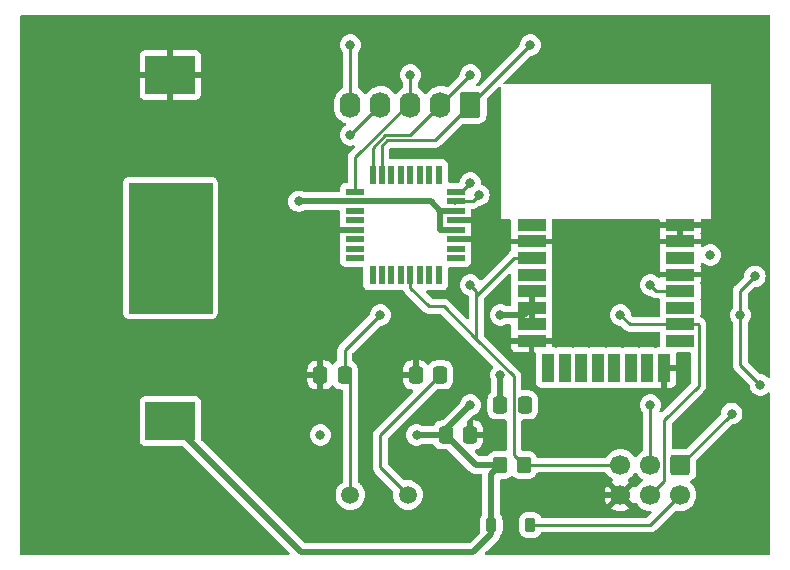
<source format=gbr>
G04 #@! TF.GenerationSoftware,KiCad,Pcbnew,7.0.10*
G04 #@! TF.CreationDate,2024-04-04T22:50:49-05:00*
G04 #@! TF.ProjectId,keychain,6b657963-6861-4696-9e2e-6b696361645f,rev?*
G04 #@! TF.SameCoordinates,Original*
G04 #@! TF.FileFunction,Copper,L1,Top*
G04 #@! TF.FilePolarity,Positive*
%FSLAX46Y46*%
G04 Gerber Fmt 4.6, Leading zero omitted, Abs format (unit mm)*
G04 Created by KiCad (PCBNEW 7.0.10) date 2024-04-04 22:50:49*
%MOMM*%
%LPD*%
G01*
G04 APERTURE LIST*
G04 Aperture macros list*
%AMRoundRect*
0 Rectangle with rounded corners*
0 $1 Rounding radius*
0 $2 $3 $4 $5 $6 $7 $8 $9 X,Y pos of 4 corners*
0 Add a 4 corners polygon primitive as box body*
4,1,4,$2,$3,$4,$5,$6,$7,$8,$9,$2,$3,0*
0 Add four circle primitives for the rounded corners*
1,1,$1+$1,$2,$3*
1,1,$1+$1,$4,$5*
1,1,$1+$1,$6,$7*
1,1,$1+$1,$8,$9*
0 Add four rect primitives between the rounded corners*
20,1,$1+$1,$2,$3,$4,$5,0*
20,1,$1+$1,$4,$5,$6,$7,0*
20,1,$1+$1,$6,$7,$8,$9,0*
20,1,$1+$1,$8,$9,$2,$3,0*%
G04 Aperture macros list end*
G04 #@! TA.AperFunction,EtchedComponent*
%ADD10C,0.000009*%
G04 #@! TD*
G04 #@! TA.AperFunction,SMDPad,CuDef*
%ADD11RoundRect,0.250000X0.337500X0.475000X-0.337500X0.475000X-0.337500X-0.475000X0.337500X-0.475000X0*%
G04 #@! TD*
G04 #@! TA.AperFunction,SMDPad,CuDef*
%ADD12R,1.600000X0.550000*%
G04 #@! TD*
G04 #@! TA.AperFunction,SMDPad,CuDef*
%ADD13R,0.550000X1.600000*%
G04 #@! TD*
G04 #@! TA.AperFunction,SMDPad,CuDef*
%ADD14R,4.200000X3.200000*%
G04 #@! TD*
G04 #@! TA.AperFunction,ComponentPad*
%ADD15RoundRect,0.250000X-0.600000X0.600000X-0.600000X-0.600000X0.600000X-0.600000X0.600000X0.600000X0*%
G04 #@! TD*
G04 #@! TA.AperFunction,ComponentPad*
%ADD16C,1.700000*%
G04 #@! TD*
G04 #@! TA.AperFunction,ComponentPad*
%ADD17C,1.500000*%
G04 #@! TD*
G04 #@! TA.AperFunction,SMDPad,CuDef*
%ADD18R,2.450000X1.000000*%
G04 #@! TD*
G04 #@! TA.AperFunction,SMDPad,CuDef*
%ADD19R,1.000000X2.450000*%
G04 #@! TD*
G04 #@! TA.AperFunction,ComponentPad*
%ADD20RoundRect,0.250000X0.620000X0.845000X-0.620000X0.845000X-0.620000X-0.845000X0.620000X-0.845000X0*%
G04 #@! TD*
G04 #@! TA.AperFunction,ComponentPad*
%ADD21O,1.740000X2.190000*%
G04 #@! TD*
G04 #@! TA.AperFunction,SMDPad,CuDef*
%ADD22RoundRect,0.250000X-0.350000X-0.450000X0.350000X-0.450000X0.350000X0.450000X-0.350000X0.450000X0*%
G04 #@! TD*
G04 #@! TA.AperFunction,SMDPad,CuDef*
%ADD23RoundRect,0.225000X-0.225000X-0.375000X0.225000X-0.375000X0.225000X0.375000X-0.225000X0.375000X0*%
G04 #@! TD*
G04 #@! TA.AperFunction,SMDPad,CuDef*
%ADD24RoundRect,0.250000X-0.337500X-0.475000X0.337500X-0.475000X0.337500X0.475000X-0.337500X0.475000X0*%
G04 #@! TD*
G04 #@! TA.AperFunction,ViaPad*
%ADD25C,0.800000*%
G04 #@! TD*
G04 #@! TA.AperFunction,Conductor*
%ADD26C,0.254000*%
G04 #@! TD*
G04 #@! TA.AperFunction,Conductor*
%ADD27C,0.508000*%
G04 #@! TD*
G04 APERTURE END LIST*
G04 #@! TO.C,REF\u002A\u002A*
D10*
X115260000Y-76030000D02*
X108260000Y-76030000D01*
X108260000Y-65030000D01*
X115260000Y-65030000D01*
X115260000Y-76030000D01*
G04 #@! TA.AperFunction,EtchedComponent*
G36*
X115260000Y-76030000D02*
G01*
X108260000Y-76030000D01*
X108260000Y-65030000D01*
X115260000Y-65030000D01*
X115260000Y-76030000D01*
G37*
G04 #@! TD.AperFunction*
G04 #@! TD*
D11*
G04 #@! TO.P,C3,1*
G04 #@! TO.N,Net-(U1-XTAL1{slash}PB6)*
X126535000Y-81280000D03*
G04 #@! TO.P,C3,2*
G04 #@! TO.N,GND*
X124460000Y-81280000D03*
G04 #@! TD*
D12*
G04 #@! TO.P,U1,1,PD3*
G04 #@! TO.N,unconnected-(U1-PD3-Pad1)*
X135930000Y-71380000D03*
G04 #@! TO.P,U1,2,PD4*
G04 #@! TO.N,unconnected-(U1-PD4-Pad2)*
X135930000Y-70580000D03*
G04 #@! TO.P,U1,3,GND*
G04 #@! TO.N,GND*
X135930000Y-69780000D03*
G04 #@! TO.P,U1,4,VCC*
G04 #@! TO.N,+3.3V*
X135930000Y-68980000D03*
G04 #@! TO.P,U1,5,GND*
G04 #@! TO.N,GND*
X135930000Y-68180000D03*
G04 #@! TO.P,U1,6,VCC*
G04 #@! TO.N,+3.3V*
X135930000Y-67380000D03*
G04 #@! TO.P,U1,7,XTAL1/PB6*
G04 #@! TO.N,Net-(U1-XTAL1{slash}PB6)*
X135930000Y-66580000D03*
G04 #@! TO.P,U1,8,XTAL2/PB7*
G04 #@! TO.N,Net-(U1-XTAL2{slash}PB7)*
X135930000Y-65780000D03*
D13*
G04 #@! TO.P,U1,9,PD5*
G04 #@! TO.N,unconnected-(U1-PD5-Pad9)*
X134480000Y-64330000D03*
G04 #@! TO.P,U1,10,PD6*
G04 #@! TO.N,unconnected-(U1-PD6-Pad10)*
X133680000Y-64330000D03*
G04 #@! TO.P,U1,11,PD7*
G04 #@! TO.N,unconnected-(U1-PD7-Pad11)*
X132880000Y-64330000D03*
G04 #@! TO.P,U1,12,PB0*
G04 #@! TO.N,unconnected-(U1-PB0-Pad12)*
X132080000Y-64330000D03*
G04 #@! TO.P,U1,13,PB1*
G04 #@! TO.N,unconnected-(U1-PB1-Pad13)*
X131280000Y-64330000D03*
G04 #@! TO.P,U1,14,PB2*
G04 #@! TO.N,unconnected-(U1-PB2-Pad14)*
X130480000Y-64330000D03*
G04 #@! TO.P,U1,15,PB3*
G04 #@! TO.N,/MOSI*
X129680000Y-64330000D03*
G04 #@! TO.P,U1,16,PB4*
G04 #@! TO.N,/MISO*
X128880000Y-64330000D03*
D12*
G04 #@! TO.P,U1,17,PB5*
G04 #@! TO.N,/SCK*
X127430000Y-65780000D03*
G04 #@! TO.P,U1,18,AVCC*
G04 #@! TO.N,+3.3V*
X127430000Y-66580000D03*
G04 #@! TO.P,U1,19,ADC6*
G04 #@! TO.N,unconnected-(U1-ADC6-Pad19)*
X127430000Y-67380000D03*
G04 #@! TO.P,U1,20,AREF*
G04 #@! TO.N,unconnected-(U1-AREF-Pad20)*
X127430000Y-68180000D03*
G04 #@! TO.P,U1,21,GND*
G04 #@! TO.N,GND*
X127430000Y-68980000D03*
G04 #@! TO.P,U1,22,ADC7*
G04 #@! TO.N,unconnected-(U1-ADC7-Pad22)*
X127430000Y-69780000D03*
G04 #@! TO.P,U1,23,PC0*
G04 #@! TO.N,unconnected-(U1-PC0-Pad23)*
X127430000Y-70580000D03*
G04 #@! TO.P,U1,24,PC1*
G04 #@! TO.N,unconnected-(U1-PC1-Pad24)*
X127430000Y-71380000D03*
D13*
G04 #@! TO.P,U1,25,PC2*
G04 #@! TO.N,unconnected-(U1-PC2-Pad25)*
X128880000Y-72830000D03*
G04 #@! TO.P,U1,26,PC3*
G04 #@! TO.N,unconnected-(U1-PC3-Pad26)*
X129680000Y-72830000D03*
G04 #@! TO.P,U1,27,PC4*
G04 #@! TO.N,unconnected-(U1-PC4-Pad27)*
X130480000Y-72830000D03*
G04 #@! TO.P,U1,28,PC5*
G04 #@! TO.N,unconnected-(U1-PC5-Pad28)*
X131280000Y-72830000D03*
G04 #@! TO.P,U1,29,~{RESET}/PC6*
G04 #@! TO.N,/RESET*
X132080000Y-72830000D03*
G04 #@! TO.P,U1,30,PD0*
G04 #@! TO.N,unconnected-(U1-PD0-Pad30)*
X132880000Y-72830000D03*
G04 #@! TO.P,U1,31,PD1*
G04 #@! TO.N,unconnected-(U1-PD1-Pad31)*
X133680000Y-72830000D03*
G04 #@! TO.P,U1,32,PD2*
G04 #@! TO.N,unconnected-(U1-PD2-Pad32)*
X134480000Y-72830000D03*
G04 #@! TD*
D11*
G04 #@! TO.P,C2,1*
G04 #@! TO.N,Net-(U1-XTAL2{slash}PB7)*
X134620000Y-81280000D03*
G04 #@! TO.P,C2,2*
G04 #@! TO.N,GND*
X132545000Y-81280000D03*
G04 #@! TD*
D14*
G04 #@! TO.P,REF\u002A\u002A,+*
G04 #@! TO.N,+3.3V*
X111760000Y-85180000D03*
G04 #@! TO.P,REF\u002A\u002A,-*
G04 #@! TO.N,GND*
X111760000Y-55880000D03*
G04 #@! TD*
D15*
G04 #@! TO.P,J3,1,MISO*
G04 #@! TO.N,/MISO*
X154940000Y-88900000D03*
D16*
G04 #@! TO.P,J3,2,VCC*
G04 #@! TO.N,Net-(D1-A)*
X154940000Y-91440000D03*
G04 #@! TO.P,J3,3,SCK*
G04 #@! TO.N,/SCK*
X152400000Y-88900000D03*
G04 #@! TO.P,J3,4,MOSI*
G04 #@! TO.N,/MOSI*
X152400000Y-91440000D03*
G04 #@! TO.P,J3,5,~{RST}*
G04 #@! TO.N,/RESET*
X149860000Y-88900000D03*
G04 #@! TO.P,J3,6,GND*
G04 #@! TO.N,GND*
X149860000Y-91440000D03*
G04 #@! TD*
D17*
G04 #@! TO.P,Y1,1,1*
G04 #@! TO.N,Net-(U1-XTAL2{slash}PB7)*
X131880000Y-91440000D03*
G04 #@! TO.P,Y1,2,2*
G04 #@! TO.N,Net-(U1-XTAL1{slash}PB6)*
X127000000Y-91440000D03*
G04 #@! TD*
D18*
G04 #@! TO.P,DWM1,1,EXTON*
G04 #@! TO.N,unconnected-(DWM1-EXTON-Pad1)*
X142340000Y-68580000D03*
G04 #@! TO.P,DWM1,2,WAKEUP*
G04 #@! TO.N,GND*
X142340000Y-69980000D03*
G04 #@! TO.P,DWM1,3,RSTn*
G04 #@! TO.N,/RESET*
X142340000Y-71380000D03*
G04 #@! TO.P,DWM1,4,GPIO7*
G04 #@! TO.N,unconnected-(DWM1-GPIO7-Pad4)*
X142340000Y-72780000D03*
G04 #@! TO.P,DWM1,5,VDDAON*
G04 #@! TO.N,+3.3V*
X142340000Y-74180000D03*
G04 #@! TO.P,DWM1,6,VDD3V3*
X142340000Y-75580000D03*
G04 #@! TO.P,DWM1,7,VDD3V3*
X142340000Y-76980000D03*
G04 #@! TO.P,DWM1,8,VSS*
G04 #@! TO.N,GND*
X142340000Y-78380000D03*
D19*
G04 #@! TO.P,DWM1,9,GPIO6/EXTRXE/SPIHA*
G04 #@! TO.N,unconnected-(DWM1-GPIO6{slash}EXTRXE{slash}SPIHA-Pad9)*
X143740000Y-80675000D03*
G04 #@! TO.P,DWM1,10,GPIO5/EXTTXE/SPIPOL*
G04 #@! TO.N,unconnected-(DWM1-GPIO5{slash}EXTTXE{slash}SPIPOL-Pad10)*
X145140000Y-80675000D03*
G04 #@! TO.P,DWM1,11,GPIO4/EXTPA*
G04 #@! TO.N,unconnected-(DWM1-GPIO4{slash}EXTPA-Pad11)*
X146540000Y-80675000D03*
G04 #@! TO.P,DWM1,12,GPIO3/TXLED*
G04 #@! TO.N,unconnected-(DWM1-GPIO3{slash}TXLED-Pad12)*
X147940000Y-80675000D03*
G04 #@! TO.P,DWM1,13,GPIO2/RXLED*
G04 #@! TO.N,unconnected-(DWM1-GPIO2{slash}RXLED-Pad13)*
X149340000Y-80675000D03*
G04 #@! TO.P,DWM1,14,GPIO1/SFDLED*
G04 #@! TO.N,unconnected-(DWM1-GPIO1{slash}SFDLED-Pad14)*
X150740000Y-80675000D03*
G04 #@! TO.P,DWM1,15,GPIO0/RXOKLED*
G04 #@! TO.N,unconnected-(DWM1-GPIO0{slash}RXOKLED-Pad15)*
X152140000Y-80675000D03*
G04 #@! TO.P,DWM1,16,VSS*
G04 #@! TO.N,GND*
X153540000Y-80675000D03*
D18*
G04 #@! TO.P,DWM1,17,SPICSn*
G04 #@! TO.N,/Csn*
X154940000Y-78378800D03*
G04 #@! TO.P,DWM1,18,SPIMOSI*
G04 #@! TO.N,/MOSI*
X154940000Y-76978800D03*
G04 #@! TO.P,DWM1,19,SPIMISO*
G04 #@! TO.N,/MISO*
X154940000Y-75580000D03*
G04 #@! TO.P,DWM1,20,SPICLK*
G04 #@! TO.N,/SCK*
X154940000Y-74180000D03*
G04 #@! TO.P,DWM1,21,VSS*
G04 #@! TO.N,GND*
X154940000Y-72780000D03*
G04 #@! TO.P,DWM1,22,IRQ/GPIO8*
G04 #@! TO.N,unconnected-(DWM1-IRQ{slash}GPIO8-Pad22)*
X154940000Y-71380000D03*
G04 #@! TO.P,DWM1,23,VSS*
G04 #@! TO.N,GND*
X154940000Y-69980000D03*
G04 #@! TO.P,DWM1,24,VSS*
X154940000Y-68580000D03*
G04 #@! TD*
D20*
G04 #@! TO.P,J1,1,Pin_1*
G04 #@! TO.N,/MOSI*
X137160000Y-58420000D03*
D21*
G04 #@! TO.P,J1,2,Pin_2*
G04 #@! TO.N,/MISO*
X134620000Y-58420000D03*
G04 #@! TO.P,J1,3,Pin_3*
G04 #@! TO.N,/SCK*
X132080000Y-58420000D03*
G04 #@! TO.P,J1,4,Pin_4*
G04 #@! TO.N,/RESET*
X129540000Y-58420000D03*
G04 #@! TO.P,J1,5,Pin_5*
G04 #@! TO.N,/Csn*
X127000000Y-58420000D03*
G04 #@! TD*
D11*
G04 #@! TO.P,C1,1*
G04 #@! TO.N,GND*
X137160000Y-86360000D03*
G04 #@! TO.P,C1,2*
G04 #@! TO.N,+3.3V*
X135085000Y-86360000D03*
G04 #@! TD*
D22*
G04 #@! TO.P,R3,1*
G04 #@! TO.N,+3.3V*
X139700000Y-88900000D03*
G04 #@! TO.P,R3,2*
G04 #@! TO.N,/RESET*
X141700000Y-88900000D03*
G04 #@! TD*
D23*
G04 #@! TO.P,D1,1,K*
G04 #@! TO.N,+3.3V*
X138940000Y-93980000D03*
G04 #@! TO.P,D1,2,A*
G04 #@! TO.N,Net-(D1-A)*
X142240000Y-93980000D03*
G04 #@! TD*
D24*
G04 #@! TO.P,C4,1*
G04 #@! TO.N,+3.3V*
X139700000Y-83820000D03*
G04 #@! TO.P,C4,2*
G04 #@! TO.N,Net-(BT1-Pad+)*
X141775000Y-83820000D03*
G04 #@! TD*
D25*
G04 #@! TO.N,Net-(U1-XTAL2{slash}PB7)*
X137161218Y-65013084D03*
X134620000Y-81280000D03*
G04 #@! TO.N,GND*
X124460000Y-68580000D03*
X139700000Y-68580000D03*
X147320000Y-91440000D03*
G04 #@! TO.N,+3.3V*
X139700000Y-76200000D03*
X124460000Y-86360000D03*
X122647000Y-66580000D03*
X132607000Y-86360000D03*
X139700000Y-81280000D03*
X137160000Y-83820000D03*
G04 #@! TO.N,Net-(U1-XTAL1{slash}PB6)*
X137887000Y-66040000D03*
X129540000Y-76200000D03*
X129540000Y-76200000D03*
G04 #@! TO.N,/Csn*
X154940000Y-78378800D03*
X127000000Y-53340000D03*
G04 #@! TO.N,/MOSI*
X142240000Y-53340000D03*
X157480000Y-71120000D03*
X149860000Y-76200000D03*
X154940000Y-76978800D03*
G04 #@! TO.N,/MISO*
X161252000Y-72933000D03*
X154940000Y-75580000D03*
X159293000Y-84547000D03*
X137160000Y-55880000D03*
X161706000Y-82134000D03*
X160020000Y-76200000D03*
X154940000Y-75580000D03*
G04 #@! TO.N,/SCK*
X132080000Y-55880000D03*
X154940000Y-74180000D03*
X152400000Y-83820000D03*
X152400000Y-73660000D03*
G04 #@! TO.N,/RESET*
X137160000Y-73660000D03*
X127000000Y-60960000D03*
G04 #@! TD*
D26*
G04 #@! TO.N,Net-(U1-XTAL2{slash}PB7)*
X136394302Y-65780000D02*
X137161218Y-65013084D01*
X131880000Y-91440000D02*
X129540000Y-89100000D01*
X129540000Y-86360000D02*
X134620000Y-81280000D01*
X129540000Y-89100000D02*
X129540000Y-86360000D01*
X135930000Y-65780000D02*
X136394302Y-65780000D01*
D27*
G04 #@! TO.N,GND*
X139300000Y-68180000D02*
X139700000Y-68580000D01*
X135930000Y-68180000D02*
X139300000Y-68180000D01*
X138500000Y-69780000D02*
X135930000Y-69780000D01*
X124860000Y-68980000D02*
X127430000Y-68980000D01*
X147320000Y-91440000D02*
X149860000Y-91440000D01*
X124460000Y-68580000D02*
X124860000Y-68980000D01*
X139700000Y-68580000D02*
X138500000Y-69780000D01*
G04 #@! TO.N,+3.3V*
X134622000Y-67380000D02*
X134620000Y-67382000D01*
X122846000Y-96266000D02*
X137414000Y-96266000D01*
X141720000Y-76200000D02*
X142340000Y-75580000D01*
X135085000Y-86360000D02*
X132607000Y-86360000D01*
X138940000Y-93980000D02*
X138940000Y-89660000D01*
X139700000Y-76200000D02*
X141720000Y-76200000D01*
X127430000Y-66580000D02*
X133820000Y-66580000D01*
X134620000Y-68978000D02*
X134622000Y-68980000D01*
X111760000Y-85180000D02*
X122846000Y-96266000D01*
X138940000Y-89660000D02*
X139700000Y-88900000D01*
X135930000Y-67380000D02*
X134622000Y-67380000D01*
X142340000Y-76980000D02*
X142340000Y-75580000D01*
X142340000Y-75580000D02*
X142340000Y-74180000D01*
X134620000Y-67380000D02*
X135930000Y-67380000D01*
X139700000Y-83820000D02*
X139700000Y-81280000D01*
X135085000Y-86360000D02*
X135085000Y-85895000D01*
X138940000Y-94740000D02*
X138940000Y-93980000D01*
X134622000Y-68980000D02*
X135930000Y-68980000D01*
X127430000Y-66580000D02*
X122647000Y-66580000D01*
X137414000Y-96266000D02*
X138940000Y-94740000D01*
X133820000Y-66580000D02*
X134620000Y-67380000D01*
X139700000Y-88900000D02*
X137625000Y-88900000D01*
X137625000Y-88900000D02*
X135085000Y-86360000D01*
X135085000Y-85895000D02*
X137160000Y-83820000D01*
X134620000Y-67382000D02*
X134620000Y-68978000D01*
D26*
G04 #@! TO.N,Net-(D1-A)*
X142240000Y-93980000D02*
X152400000Y-93980000D01*
X152400000Y-93980000D02*
X154940000Y-91440000D01*
G04 #@! TO.N,Net-(U1-XTAL1{slash}PB6)*
X126535000Y-81280000D02*
X126535000Y-79205000D01*
X135930000Y-66580000D02*
X137347000Y-66580000D01*
X127000000Y-91440000D02*
X127000000Y-81745000D01*
X126535000Y-79205000D02*
X129540000Y-76200000D01*
X137347000Y-66580000D02*
X137887000Y-66040000D01*
X127000000Y-81745000D02*
X126535000Y-81280000D01*
X135754648Y-66755352D02*
X135930000Y-66580000D01*
G04 #@! TO.N,/Csn*
X127000000Y-58420000D02*
X127000000Y-53340000D01*
G04 #@! TO.N,/MOSI*
X152400000Y-91440000D02*
X153577000Y-90263000D01*
X154940000Y-76978800D02*
X156419000Y-76978800D01*
X139700000Y-55880000D02*
X142240000Y-53340000D01*
X130145104Y-61414000D02*
X129680000Y-61879104D01*
X149860000Y-76200000D02*
X150638800Y-76978800D01*
X156492000Y-77051800D02*
X156492000Y-82186967D01*
X129680000Y-61879104D02*
X129680000Y-64330000D01*
X134166000Y-61414000D02*
X130145104Y-61414000D01*
X137160000Y-58420000D02*
X139700000Y-55880000D01*
X156492000Y-82186967D02*
X153577000Y-85101967D01*
X156419000Y-76978800D02*
X156492000Y-77051800D01*
X137160000Y-58420000D02*
X134166000Y-61414000D01*
X150638800Y-76978800D02*
X154940000Y-76978800D01*
X153577000Y-90263000D02*
X153577000Y-85101967D01*
G04 #@! TO.N,/MISO*
X154975167Y-75544833D02*
X154940000Y-75580000D01*
X128880000Y-62037052D02*
X128880000Y-64330000D01*
X129957052Y-60960000D02*
X128880000Y-62037052D01*
X161252000Y-72933000D02*
X160020000Y-74165000D01*
X160020000Y-80448000D02*
X161706000Y-82134000D01*
X134620000Y-58420000D02*
X137160000Y-55880000D01*
X132080000Y-60960000D02*
X129957052Y-60960000D01*
X159293000Y-84547000D02*
X154940000Y-88900000D01*
X134620000Y-58420000D02*
X132080000Y-60960000D01*
X160020000Y-76200000D02*
X160020000Y-80448000D01*
X160020000Y-74165000D02*
X160020000Y-76200000D01*
G04 #@! TO.N,/SCK*
X152400000Y-88900000D02*
X152400000Y-84194000D01*
X132080000Y-58420000D02*
X131855000Y-58420000D01*
X127430000Y-62845000D02*
X127430000Y-65780000D01*
X152920000Y-74180000D02*
X154940000Y-74180000D01*
X132080000Y-58420000D02*
X132080000Y-55880000D01*
X152400000Y-73660000D02*
X152920000Y-74180000D01*
X131855000Y-58420000D02*
X127430000Y-62845000D01*
X152400000Y-84194000D02*
X152400000Y-83820000D01*
G04 #@! TO.N,/RESET*
X140860500Y-88060500D02*
X140860500Y-81412366D01*
X141700000Y-88900000D02*
X140860500Y-88060500D01*
X137674067Y-74566933D02*
X137674067Y-78225933D01*
X132080000Y-73660000D02*
X132080000Y-72830000D01*
X149860000Y-88900000D02*
X141700000Y-88900000D01*
X133669000Y-75473000D02*
X134921134Y-75473000D01*
X132080000Y-73884000D02*
X133669000Y-75473000D01*
X137674067Y-74566933D02*
X137674067Y-74174067D01*
X127000000Y-60960000D02*
X129540000Y-58420000D01*
X140860500Y-81412366D02*
X137674067Y-78225933D01*
X142340000Y-71380000D02*
X140861000Y-71380000D01*
X132080000Y-73884000D02*
X132080000Y-72830000D01*
X137674067Y-74174067D02*
X137160000Y-73660000D01*
X140861000Y-71380000D02*
X137674067Y-74566933D01*
X137674067Y-78225933D02*
X134921134Y-75473000D01*
G04 #@! TD*
G04 #@! TA.AperFunction,Conductor*
G04 #@! TO.N,GND*
G36*
X162502539Y-50820185D02*
G01*
X162548294Y-50872989D01*
X162559500Y-50924500D01*
X162559500Y-81413100D01*
X162539815Y-81480139D01*
X162487011Y-81525894D01*
X162417853Y-81535838D01*
X162354297Y-81506813D01*
X162343351Y-81496073D01*
X162311871Y-81461112D01*
X162311870Y-81461111D01*
X162158734Y-81349851D01*
X162158729Y-81349848D01*
X161985807Y-81272857D01*
X161985802Y-81272855D01*
X161840001Y-81241865D01*
X161800646Y-81233500D01*
X161800645Y-81233500D01*
X161744281Y-81233500D01*
X161677242Y-81213815D01*
X161656600Y-81197181D01*
X160683819Y-80224400D01*
X160650334Y-80163077D01*
X160647500Y-80136719D01*
X160647500Y-76896465D01*
X160667185Y-76829426D01*
X160679343Y-76813500D01*
X160752533Y-76732216D01*
X160847179Y-76568284D01*
X160905674Y-76388256D01*
X160925460Y-76200000D01*
X160905674Y-76011744D01*
X160847179Y-75831716D01*
X160752533Y-75667784D01*
X160679350Y-75586506D01*
X160649120Y-75523515D01*
X160647500Y-75503534D01*
X160647500Y-74476281D01*
X160667185Y-74409242D01*
X160683819Y-74388600D01*
X161202600Y-73869819D01*
X161263923Y-73836334D01*
X161290281Y-73833500D01*
X161346644Y-73833500D01*
X161346646Y-73833500D01*
X161531803Y-73794144D01*
X161704730Y-73717151D01*
X161857871Y-73605888D01*
X161984533Y-73465216D01*
X162079179Y-73301284D01*
X162137674Y-73121256D01*
X162157460Y-72933000D01*
X162137674Y-72744744D01*
X162079179Y-72564716D01*
X161984533Y-72400784D01*
X161857871Y-72260112D01*
X161857870Y-72260111D01*
X161704734Y-72148851D01*
X161704729Y-72148848D01*
X161531807Y-72071857D01*
X161531802Y-72071855D01*
X161369600Y-72037379D01*
X161346646Y-72032500D01*
X161157354Y-72032500D01*
X161137759Y-72036665D01*
X160972197Y-72071855D01*
X160972192Y-72071857D01*
X160799270Y-72148848D01*
X160799265Y-72148851D01*
X160646129Y-72260111D01*
X160519466Y-72400785D01*
X160424821Y-72564715D01*
X160424818Y-72564722D01*
X160372547Y-72725598D01*
X160366326Y-72744744D01*
X160350203Y-72898143D01*
X160349011Y-72909489D01*
X160322426Y-72974103D01*
X160313371Y-72984208D01*
X159634953Y-73662626D01*
X159622669Y-73672469D01*
X159622849Y-73672687D01*
X159616837Y-73677660D01*
X159570646Y-73726847D01*
X159567941Y-73729638D01*
X159548379Y-73749200D01*
X159548375Y-73749205D01*
X159545895Y-73752403D01*
X159538317Y-73761274D01*
X159508308Y-73793230D01*
X159508305Y-73793234D01*
X159498606Y-73810877D01*
X159487928Y-73827133D01*
X159475594Y-73843034D01*
X159475589Y-73843042D01*
X159458185Y-73883262D01*
X159453046Y-73893752D01*
X159431927Y-73932167D01*
X159426920Y-73951668D01*
X159420621Y-73970064D01*
X159413893Y-73985612D01*
X159412625Y-73988544D01*
X159412624Y-73988546D01*
X159405769Y-74031831D01*
X159403401Y-74043267D01*
X159392500Y-74085723D01*
X159392500Y-74105858D01*
X159390973Y-74125257D01*
X159389400Y-74135191D01*
X159387825Y-74145133D01*
X159391944Y-74188703D01*
X159391950Y-74188767D01*
X159392500Y-74200437D01*
X159392500Y-75503534D01*
X159372815Y-75570573D01*
X159360650Y-75586506D01*
X159287466Y-75667785D01*
X159192821Y-75831715D01*
X159192818Y-75831722D01*
X159138437Y-75999092D01*
X159134326Y-76011744D01*
X159114540Y-76200000D01*
X159134326Y-76388256D01*
X159134327Y-76388259D01*
X159192818Y-76568277D01*
X159192821Y-76568284D01*
X159248164Y-76664142D01*
X159287467Y-76732216D01*
X159360651Y-76813494D01*
X159390880Y-76876484D01*
X159392500Y-76896465D01*
X159392500Y-80365032D01*
X159390772Y-80380681D01*
X159391054Y-80380708D01*
X159390319Y-80388475D01*
X159392439Y-80455917D01*
X159392500Y-80459811D01*
X159392500Y-80487476D01*
X159393006Y-80491485D01*
X159393921Y-80503116D01*
X159395298Y-80546942D01*
X159400916Y-80566275D01*
X159404862Y-80585329D01*
X159407383Y-80605287D01*
X159407386Y-80605299D01*
X159423519Y-80646048D01*
X159427302Y-80657098D01*
X159439530Y-80699187D01*
X159439530Y-80699188D01*
X159449777Y-80716515D01*
X159458335Y-80733985D01*
X159465745Y-80752701D01*
X159491511Y-80788164D01*
X159497925Y-80797929D01*
X159520234Y-80835652D01*
X159520240Y-80835660D01*
X159534469Y-80849888D01*
X159547106Y-80864684D01*
X159558937Y-80880967D01*
X159592717Y-80908912D01*
X159601346Y-80916765D01*
X160767371Y-82082790D01*
X160800856Y-82144113D01*
X160803010Y-82157505D01*
X160820326Y-82322256D01*
X160820327Y-82322259D01*
X160878818Y-82502277D01*
X160878821Y-82502284D01*
X160973467Y-82666216D01*
X161047711Y-82748672D01*
X161100129Y-82806888D01*
X161253265Y-82918148D01*
X161253270Y-82918151D01*
X161426192Y-82995142D01*
X161426197Y-82995144D01*
X161611354Y-83034500D01*
X161611355Y-83034500D01*
X161800644Y-83034500D01*
X161800646Y-83034500D01*
X161985803Y-82995144D01*
X162158730Y-82918151D01*
X162311871Y-82806888D01*
X162343350Y-82771926D01*
X162402837Y-82735278D01*
X162472694Y-82736609D01*
X162530742Y-82775495D01*
X162558552Y-82839592D01*
X162559500Y-82854899D01*
X162559500Y-96395500D01*
X162539815Y-96462539D01*
X162487011Y-96508294D01*
X162435500Y-96519500D01*
X138526886Y-96519500D01*
X138459847Y-96499815D01*
X138414092Y-96447011D01*
X138404148Y-96377853D01*
X138433173Y-96314297D01*
X138439205Y-96307819D01*
X138586106Y-96160916D01*
X139428264Y-95318758D01*
X139441883Y-95306988D01*
X139461294Y-95292539D01*
X139493334Y-95254354D01*
X139500623Y-95246399D01*
X139504583Y-95242441D01*
X139523927Y-95217974D01*
X139526161Y-95215232D01*
X139574667Y-95157427D01*
X139574671Y-95157418D01*
X139578637Y-95151390D01*
X139578683Y-95151420D01*
X139582795Y-95144965D01*
X139582748Y-95144936D01*
X139586532Y-95138799D01*
X139586539Y-95138791D01*
X139613720Y-95080500D01*
X139618417Y-95070428D01*
X139619972Y-95067214D01*
X139653824Y-94999811D01*
X139653826Y-94999798D01*
X139656293Y-94993024D01*
X139656346Y-94993043D01*
X139658858Y-94985815D01*
X139658807Y-94985798D01*
X139661077Y-94978945D01*
X139661077Y-94978943D01*
X139661079Y-94978940D01*
X139676338Y-94905037D01*
X139677105Y-94901581D01*
X139679144Y-94892977D01*
X139712120Y-94833891D01*
X139737968Y-94808044D01*
X139827003Y-94663697D01*
X139880349Y-94502708D01*
X139890500Y-94403345D01*
X139890499Y-93556656D01*
X139880349Y-93457292D01*
X139827003Y-93296303D01*
X139826999Y-93296297D01*
X139826998Y-93296294D01*
X139737970Y-93151959D01*
X139737967Y-93151955D01*
X139730819Y-93144807D01*
X139697334Y-93083484D01*
X139694500Y-93057126D01*
X139694500Y-90224499D01*
X139714185Y-90157460D01*
X139766989Y-90111705D01*
X139818500Y-90100499D01*
X140100002Y-90100499D01*
X140100008Y-90100499D01*
X140202797Y-90089999D01*
X140369334Y-90034814D01*
X140518656Y-89942712D01*
X140612319Y-89849049D01*
X140673642Y-89815564D01*
X140743334Y-89820548D01*
X140787681Y-89849049D01*
X140881344Y-89942712D01*
X141030666Y-90034814D01*
X141197203Y-90089999D01*
X141299991Y-90100500D01*
X142100008Y-90100499D01*
X142100016Y-90100498D01*
X142100019Y-90100498D01*
X142176238Y-90092712D01*
X142202797Y-90089999D01*
X142369334Y-90034814D01*
X142518656Y-89942712D01*
X142642712Y-89818656D01*
X142734814Y-89669334D01*
X142753648Y-89612495D01*
X142793421Y-89555051D01*
X142857937Y-89528228D01*
X142871354Y-89527500D01*
X148586173Y-89527500D01*
X148653212Y-89547185D01*
X148687747Y-89580375D01*
X148821505Y-89771401D01*
X148988599Y-89938495D01*
X149126154Y-90034812D01*
X149174594Y-90068730D01*
X149218218Y-90123307D01*
X149225411Y-90192806D01*
X149193889Y-90255160D01*
X149174593Y-90271880D01*
X149098626Y-90325072D01*
X149098625Y-90325072D01*
X149727466Y-90953913D01*
X149717685Y-90955320D01*
X149586900Y-91015048D01*
X149478239Y-91109202D01*
X149400507Y-91230156D01*
X149376923Y-91310476D01*
X148745072Y-90678625D01*
X148686401Y-90762419D01*
X148586570Y-90976507D01*
X148586566Y-90976516D01*
X148525432Y-91204673D01*
X148525430Y-91204684D01*
X148504843Y-91439998D01*
X148504843Y-91440001D01*
X148525430Y-91675315D01*
X148525432Y-91675326D01*
X148586566Y-91903483D01*
X148586570Y-91903492D01*
X148686400Y-92117579D01*
X148686402Y-92117583D01*
X148745072Y-92201373D01*
X148745073Y-92201373D01*
X149376923Y-91569523D01*
X149400507Y-91649844D01*
X149478239Y-91770798D01*
X149586900Y-91864952D01*
X149717685Y-91924680D01*
X149727466Y-91926086D01*
X149098625Y-92554925D01*
X149182421Y-92613599D01*
X149396507Y-92713429D01*
X149396516Y-92713433D01*
X149624673Y-92774567D01*
X149624684Y-92774569D01*
X149859998Y-92795157D01*
X149860002Y-92795157D01*
X150095315Y-92774569D01*
X150095326Y-92774567D01*
X150323483Y-92713433D01*
X150323492Y-92713429D01*
X150537578Y-92613600D01*
X150537582Y-92613598D01*
X150621373Y-92554926D01*
X150621373Y-92554925D01*
X149992533Y-91926086D01*
X150002315Y-91924680D01*
X150133100Y-91864952D01*
X150241761Y-91770798D01*
X150319493Y-91649844D01*
X150343076Y-91569524D01*
X150974925Y-92201373D01*
X151028119Y-92125405D01*
X151082696Y-92081781D01*
X151152195Y-92074588D01*
X151214549Y-92106110D01*
X151231269Y-92125405D01*
X151361505Y-92311401D01*
X151528599Y-92478495D01*
X151598017Y-92527102D01*
X151722165Y-92614032D01*
X151722167Y-92614033D01*
X151722170Y-92614035D01*
X151936337Y-92713903D01*
X152164592Y-92775063D01*
X152362705Y-92792396D01*
X152405394Y-92796131D01*
X152405238Y-92797913D01*
X152464598Y-92815344D01*
X152510353Y-92868148D01*
X152520297Y-92937306D01*
X152491272Y-93000862D01*
X152485240Y-93007340D01*
X152176400Y-93316181D01*
X152115077Y-93349666D01*
X152088719Y-93352500D01*
X143230873Y-93352500D01*
X143163834Y-93332815D01*
X143125335Y-93293598D01*
X143037968Y-93151956D01*
X142918044Y-93032032D01*
X142918040Y-93032029D01*
X142773705Y-92943001D01*
X142773699Y-92942998D01*
X142773697Y-92942997D01*
X142756523Y-92937306D01*
X142612709Y-92889651D01*
X142513346Y-92879500D01*
X141966662Y-92879500D01*
X141966644Y-92879501D01*
X141867292Y-92889650D01*
X141867289Y-92889651D01*
X141706305Y-92942996D01*
X141706294Y-92943001D01*
X141561959Y-93032029D01*
X141561955Y-93032032D01*
X141442032Y-93151955D01*
X141442029Y-93151959D01*
X141353001Y-93296294D01*
X141352996Y-93296305D01*
X141299651Y-93457290D01*
X141289500Y-93556647D01*
X141289500Y-94403337D01*
X141289501Y-94403355D01*
X141299650Y-94502707D01*
X141299651Y-94502710D01*
X141352996Y-94663694D01*
X141353001Y-94663705D01*
X141442029Y-94808040D01*
X141442032Y-94808044D01*
X141561955Y-94927967D01*
X141561959Y-94927970D01*
X141706294Y-95016998D01*
X141706297Y-95016999D01*
X141706303Y-95017003D01*
X141867292Y-95070349D01*
X141966655Y-95080500D01*
X142513344Y-95080499D01*
X142513352Y-95080498D01*
X142513355Y-95080498D01*
X142567760Y-95074940D01*
X142612708Y-95070349D01*
X142773697Y-95017003D01*
X142918044Y-94927968D01*
X143037968Y-94808044D01*
X143125335Y-94666402D01*
X143177283Y-94619678D01*
X143230873Y-94607500D01*
X152317033Y-94607500D01*
X152332681Y-94609227D01*
X152332708Y-94608946D01*
X152340475Y-94609680D01*
X152340476Y-94609679D01*
X152340477Y-94609680D01*
X152407919Y-94607561D01*
X152411813Y-94607500D01*
X152439472Y-94607500D01*
X152439476Y-94607500D01*
X152443474Y-94606994D01*
X152455114Y-94606077D01*
X152498943Y-94604701D01*
X152518272Y-94599084D01*
X152537328Y-94595137D01*
X152557293Y-94592616D01*
X152598055Y-94576476D01*
X152609092Y-94572698D01*
X152651191Y-94560468D01*
X152668515Y-94550221D01*
X152685983Y-94541663D01*
X152704703Y-94534253D01*
X152740177Y-94508478D01*
X152749915Y-94502081D01*
X152787656Y-94479763D01*
X152801897Y-94465520D01*
X152816678Y-94452897D01*
X152832967Y-94441063D01*
X152860904Y-94407290D01*
X152868756Y-94398661D01*
X154486584Y-92780833D01*
X154547905Y-92747350D01*
X154606356Y-92748741D01*
X154648107Y-92759928D01*
X154704592Y-92775063D01*
X154892918Y-92791539D01*
X154939999Y-92795659D01*
X154940000Y-92795659D01*
X154940001Y-92795659D01*
X154979234Y-92792226D01*
X155175408Y-92775063D01*
X155403663Y-92713903D01*
X155617830Y-92614035D01*
X155811401Y-92478495D01*
X155978495Y-92311401D01*
X156114035Y-92117830D01*
X156213903Y-91903663D01*
X156275063Y-91675408D01*
X156295659Y-91440000D01*
X156275063Y-91204592D01*
X156213903Y-90976337D01*
X156114035Y-90762171D01*
X156108731Y-90754595D01*
X155978494Y-90568597D01*
X155811398Y-90401501D01*
X155810030Y-90400354D01*
X155809592Y-90399696D01*
X155807573Y-90397677D01*
X155807978Y-90397271D01*
X155771330Y-90342182D01*
X155770224Y-90272321D01*
X155807063Y-90212952D01*
X155850737Y-90187662D01*
X155859334Y-90184814D01*
X156008656Y-90092712D01*
X156132712Y-89968656D01*
X156224814Y-89819334D01*
X156279999Y-89652797D01*
X156290500Y-89550009D01*
X156290499Y-88488280D01*
X156310183Y-88421242D01*
X156326813Y-88400605D01*
X159243601Y-85483819D01*
X159304924Y-85450334D01*
X159331282Y-85447500D01*
X159387644Y-85447500D01*
X159387646Y-85447500D01*
X159572803Y-85408144D01*
X159745730Y-85331151D01*
X159898871Y-85219888D01*
X160025533Y-85079216D01*
X160120179Y-84915284D01*
X160178674Y-84735256D01*
X160198460Y-84547000D01*
X160178674Y-84358744D01*
X160120179Y-84178716D01*
X160025533Y-84014784D01*
X159898871Y-83874112D01*
X159898870Y-83874111D01*
X159745734Y-83762851D01*
X159745729Y-83762848D01*
X159572807Y-83685857D01*
X159572802Y-83685855D01*
X159427001Y-83654865D01*
X159387646Y-83646500D01*
X159198354Y-83646500D01*
X159165897Y-83653398D01*
X159013197Y-83685855D01*
X159013192Y-83685857D01*
X158840270Y-83762848D01*
X158840265Y-83762851D01*
X158687129Y-83874111D01*
X158560466Y-84014785D01*
X158465821Y-84178715D01*
X158465818Y-84178722D01*
X158409447Y-84352216D01*
X158407326Y-84358744D01*
X158397966Y-84447799D01*
X158390011Y-84523489D01*
X158363426Y-84588103D01*
X158354371Y-84598208D01*
X155439398Y-87513181D01*
X155378075Y-87546666D01*
X155351717Y-87549500D01*
X154328500Y-87549500D01*
X154261461Y-87529815D01*
X154215706Y-87477011D01*
X154204500Y-87425500D01*
X154204500Y-85413247D01*
X154224185Y-85346208D01*
X154240814Y-85325571D01*
X156877043Y-82689341D01*
X156889325Y-82679504D01*
X156889144Y-82679285D01*
X156895157Y-82674309D01*
X156895162Y-82674307D01*
X156941383Y-82625084D01*
X156944032Y-82622352D01*
X156963624Y-82602762D01*
X156966101Y-82599567D01*
X156973679Y-82590694D01*
X157003693Y-82558734D01*
X157013388Y-82541097D01*
X157024072Y-82524830D01*
X157036408Y-82508929D01*
X157039284Y-82502284D01*
X157043250Y-82493115D01*
X157053811Y-82468709D01*
X157058951Y-82458218D01*
X157080071Y-82419802D01*
X157080072Y-82419801D01*
X157085078Y-82400301D01*
X157091376Y-82381903D01*
X157099374Y-82363425D01*
X157106232Y-82320118D01*
X157108596Y-82308703D01*
X157119500Y-82266239D01*
X157119500Y-82246108D01*
X157121027Y-82226708D01*
X157124175Y-82206834D01*
X157120050Y-82163197D01*
X157119500Y-82151528D01*
X157119500Y-77134764D01*
X157121228Y-77119113D01*
X157120946Y-77119087D01*
X157121680Y-77111324D01*
X157119561Y-77043881D01*
X157119500Y-77039987D01*
X157119500Y-77012330D01*
X157119500Y-77012324D01*
X157118993Y-77008319D01*
X157118077Y-76996671D01*
X157117684Y-76984151D01*
X157116701Y-76952858D01*
X157111082Y-76933518D01*
X157107139Y-76914485D01*
X157104616Y-76894507D01*
X157088481Y-76853755D01*
X157084698Y-76842707D01*
X157080840Y-76829426D01*
X157072468Y-76800609D01*
X157062219Y-76783280D01*
X157053664Y-76765816D01*
X157046253Y-76747097D01*
X157046249Y-76747091D01*
X157020490Y-76711637D01*
X157014074Y-76701870D01*
X156991768Y-76664151D01*
X156991766Y-76664148D01*
X156991764Y-76664145D01*
X156977530Y-76649911D01*
X156964894Y-76635117D01*
X156953062Y-76618832D01*
X156953058Y-76618828D01*
X156927276Y-76597499D01*
X156910772Y-76580995D01*
X156906340Y-76575638D01*
X156857153Y-76529448D01*
X156854354Y-76526735D01*
X156834797Y-76507177D01*
X156831607Y-76504703D01*
X156822716Y-76497110D01*
X156790768Y-76467108D01*
X156790763Y-76467104D01*
X156773122Y-76457406D01*
X156756857Y-76446722D01*
X156740963Y-76434393D01*
X156740962Y-76434392D01*
X156719860Y-76425260D01*
X156666154Y-76380569D01*
X156652929Y-76354794D01*
X156640971Y-76322734D01*
X156635986Y-76253043D01*
X156640971Y-76236065D01*
X156656077Y-76195564D01*
X156659091Y-76187483D01*
X156665500Y-76127873D01*
X156665499Y-75032128D01*
X156659091Y-74972517D01*
X156656274Y-74964965D01*
X156640747Y-74923334D01*
X156635762Y-74853643D01*
X156640747Y-74836665D01*
X156650998Y-74809181D01*
X156659091Y-74787483D01*
X156665500Y-74727873D01*
X156665499Y-73632128D01*
X156659091Y-73572517D01*
X156640480Y-73522618D01*
X156635495Y-73452927D01*
X156640480Y-73435949D01*
X156658597Y-73387375D01*
X156658598Y-73387372D01*
X156664999Y-73327844D01*
X156665000Y-73327827D01*
X156665000Y-73030000D01*
X153212779Y-73030000D01*
X153156347Y-73060813D01*
X153086656Y-73055827D01*
X153037842Y-73022620D01*
X153005871Y-72987112D01*
X152987966Y-72974103D01*
X152852734Y-72875851D01*
X152852729Y-72875848D01*
X152679807Y-72798857D01*
X152679802Y-72798855D01*
X152534001Y-72767865D01*
X152494646Y-72759500D01*
X152305354Y-72759500D01*
X152272897Y-72766398D01*
X152120197Y-72798855D01*
X152120192Y-72798857D01*
X151947270Y-72875848D01*
X151947265Y-72875851D01*
X151794129Y-72987111D01*
X151667466Y-73127785D01*
X151572821Y-73291715D01*
X151572818Y-73291722D01*
X151516447Y-73465216D01*
X151514326Y-73471744D01*
X151494540Y-73660000D01*
X151514326Y-73848256D01*
X151514327Y-73848259D01*
X151572818Y-74028277D01*
X151572821Y-74028284D01*
X151667467Y-74192216D01*
X151765135Y-74300687D01*
X151794129Y-74332888D01*
X151947265Y-74444148D01*
X151947270Y-74444151D01*
X152120192Y-74521142D01*
X152120197Y-74521144D01*
X152305354Y-74560500D01*
X152359432Y-74560500D01*
X152426471Y-74580185D01*
X152444316Y-74594108D01*
X152481846Y-74629351D01*
X152484643Y-74632062D01*
X152504207Y-74651626D01*
X152507385Y-74654090D01*
X152516281Y-74661687D01*
X152548235Y-74691695D01*
X152548237Y-74691696D01*
X152565868Y-74701388D01*
X152582137Y-74712074D01*
X152598037Y-74724407D01*
X152598038Y-74724408D01*
X152638262Y-74741815D01*
X152648754Y-74746955D01*
X152687161Y-74768070D01*
X152687164Y-74768071D01*
X152687166Y-74768072D01*
X152706659Y-74773076D01*
X152725067Y-74779379D01*
X152743541Y-74787374D01*
X152786844Y-74794231D01*
X152798271Y-74796598D01*
X152840728Y-74807500D01*
X152860858Y-74807500D01*
X152880255Y-74809026D01*
X152900133Y-74812175D01*
X152939928Y-74808413D01*
X152943770Y-74808050D01*
X152955439Y-74807500D01*
X153103863Y-74807500D01*
X153170902Y-74827185D01*
X153216657Y-74879989D01*
X153226601Y-74949147D01*
X153222571Y-74964936D01*
X153222693Y-74964965D01*
X153220908Y-74972516D01*
X153214501Y-75032116D01*
X153214501Y-75032123D01*
X153214500Y-75032135D01*
X153214500Y-76127870D01*
X153214501Y-76127876D01*
X153220909Y-76187484D01*
X153222692Y-76195029D01*
X153220426Y-76195564D01*
X153224583Y-76253652D01*
X153191101Y-76314977D01*
X153129780Y-76348465D01*
X153103416Y-76351300D01*
X150950081Y-76351300D01*
X150883042Y-76331615D01*
X150862400Y-76314981D01*
X150798628Y-76251209D01*
X150765143Y-76189886D01*
X150762990Y-76176506D01*
X150745674Y-76011744D01*
X150687179Y-75831716D01*
X150592533Y-75667784D01*
X150465871Y-75527112D01*
X150465870Y-75527111D01*
X150312734Y-75415851D01*
X150312729Y-75415848D01*
X150139807Y-75338857D01*
X150139802Y-75338855D01*
X149994001Y-75307865D01*
X149954646Y-75299500D01*
X149765354Y-75299500D01*
X149732897Y-75306398D01*
X149580197Y-75338855D01*
X149580192Y-75338857D01*
X149407270Y-75415848D01*
X149407265Y-75415851D01*
X149254129Y-75527111D01*
X149127466Y-75667785D01*
X149032821Y-75831715D01*
X149032818Y-75831722D01*
X148978437Y-75999092D01*
X148974326Y-76011744D01*
X148954540Y-76200000D01*
X148974326Y-76388256D01*
X148974327Y-76388259D01*
X149032818Y-76568277D01*
X149032821Y-76568284D01*
X149127467Y-76732216D01*
X149236907Y-76853761D01*
X149254129Y-76872888D01*
X149407265Y-76984148D01*
X149407270Y-76984151D01*
X149580192Y-77061142D01*
X149580197Y-77061144D01*
X149765354Y-77100500D01*
X149821719Y-77100500D01*
X149888758Y-77120185D01*
X149909400Y-77136819D01*
X150136424Y-77363843D01*
X150146271Y-77376133D01*
X150146489Y-77375954D01*
X150151457Y-77381959D01*
X150200646Y-77428151D01*
X150203443Y-77430862D01*
X150223007Y-77450426D01*
X150226189Y-77452894D01*
X150235076Y-77460483D01*
X150267033Y-77490493D01*
X150284684Y-77500196D01*
X150300934Y-77510871D01*
X150316838Y-77523208D01*
X150316841Y-77523210D01*
X150357059Y-77540613D01*
X150367543Y-77545748D01*
X150405966Y-77566872D01*
X150425040Y-77571769D01*
X150425460Y-77571877D01*
X150443864Y-77578177D01*
X150462342Y-77586174D01*
X150505651Y-77593033D01*
X150517058Y-77595395D01*
X150559528Y-77606300D01*
X150579658Y-77606300D01*
X150599057Y-77607827D01*
X150618933Y-77610975D01*
X150658728Y-77607213D01*
X150662570Y-77606850D01*
X150674239Y-77606300D01*
X153103863Y-77606300D01*
X153170902Y-77625985D01*
X153216657Y-77678789D01*
X153226601Y-77747947D01*
X153222571Y-77763736D01*
X153222693Y-77763765D01*
X153220908Y-77771316D01*
X153214501Y-77830916D01*
X153214500Y-77830935D01*
X153214501Y-78826000D01*
X153194817Y-78893039D01*
X153142013Y-78938794D01*
X153090501Y-78950000D01*
X152992155Y-78950000D01*
X152932627Y-78956401D01*
X152932623Y-78956402D01*
X152884046Y-78974520D01*
X152814354Y-78979503D01*
X152797382Y-78974519D01*
X152747485Y-78955909D01*
X152747483Y-78955908D01*
X152687883Y-78949501D01*
X152687881Y-78949500D01*
X152687873Y-78949500D01*
X152687864Y-78949500D01*
X151592129Y-78949500D01*
X151592123Y-78949501D01*
X151532516Y-78955908D01*
X151483332Y-78974253D01*
X151413640Y-78979237D01*
X151396667Y-78974253D01*
X151347482Y-78955908D01*
X151347483Y-78955908D01*
X151287883Y-78949501D01*
X151287881Y-78949500D01*
X151287873Y-78949500D01*
X151287864Y-78949500D01*
X150192129Y-78949500D01*
X150192123Y-78949501D01*
X150132516Y-78955908D01*
X150083332Y-78974253D01*
X150013640Y-78979237D01*
X149996667Y-78974253D01*
X149947482Y-78955908D01*
X149947483Y-78955908D01*
X149887883Y-78949501D01*
X149887881Y-78949500D01*
X149887873Y-78949500D01*
X149887864Y-78949500D01*
X148792129Y-78949500D01*
X148792123Y-78949501D01*
X148732516Y-78955908D01*
X148683332Y-78974253D01*
X148613640Y-78979237D01*
X148596667Y-78974253D01*
X148547482Y-78955908D01*
X148547483Y-78955908D01*
X148487883Y-78949501D01*
X148487881Y-78949500D01*
X148487873Y-78949500D01*
X148487864Y-78949500D01*
X147392129Y-78949500D01*
X147392123Y-78949501D01*
X147332516Y-78955908D01*
X147283332Y-78974253D01*
X147213640Y-78979237D01*
X147196667Y-78974253D01*
X147147482Y-78955908D01*
X147147483Y-78955908D01*
X147087883Y-78949501D01*
X147087881Y-78949500D01*
X147087873Y-78949500D01*
X147087864Y-78949500D01*
X145992129Y-78949500D01*
X145992123Y-78949501D01*
X145932516Y-78955908D01*
X145883332Y-78974253D01*
X145813640Y-78979237D01*
X145796667Y-78974253D01*
X145747482Y-78955908D01*
X145747483Y-78955908D01*
X145687883Y-78949501D01*
X145687881Y-78949500D01*
X145687873Y-78949500D01*
X145687864Y-78949500D01*
X144592129Y-78949500D01*
X144592123Y-78949501D01*
X144532516Y-78955908D01*
X144483332Y-78974253D01*
X144413640Y-78979237D01*
X144396667Y-78974253D01*
X144347482Y-78955908D01*
X144347483Y-78955908D01*
X144287883Y-78949501D01*
X144287881Y-78949500D01*
X144287873Y-78949500D01*
X144287865Y-78949500D01*
X144189000Y-78949500D01*
X144121961Y-78929815D01*
X144076206Y-78877011D01*
X144065000Y-78825500D01*
X144065000Y-78630000D01*
X142590000Y-78630000D01*
X142590000Y-79380000D01*
X142615500Y-79380000D01*
X142682539Y-79399685D01*
X142728294Y-79452489D01*
X142739500Y-79504000D01*
X142739500Y-81947870D01*
X142739501Y-81947876D01*
X142745908Y-82007483D01*
X142796202Y-82142328D01*
X142796206Y-82142335D01*
X142882452Y-82257544D01*
X142882455Y-82257547D01*
X142997664Y-82343793D01*
X142997671Y-82343797D01*
X143132517Y-82394091D01*
X143132516Y-82394091D01*
X143139444Y-82394835D01*
X143192127Y-82400500D01*
X144287872Y-82400499D01*
X144347483Y-82394091D01*
X144396665Y-82375746D01*
X144466355Y-82370761D01*
X144483333Y-82375747D01*
X144532508Y-82394088D01*
X144532511Y-82394088D01*
X144532517Y-82394091D01*
X144592127Y-82400500D01*
X145687872Y-82400499D01*
X145747483Y-82394091D01*
X145796665Y-82375746D01*
X145866355Y-82370761D01*
X145883333Y-82375747D01*
X145932508Y-82394088D01*
X145932511Y-82394088D01*
X145932517Y-82394091D01*
X145992127Y-82400500D01*
X147087872Y-82400499D01*
X147147483Y-82394091D01*
X147196665Y-82375746D01*
X147266355Y-82370761D01*
X147283333Y-82375747D01*
X147332508Y-82394088D01*
X147332511Y-82394088D01*
X147332517Y-82394091D01*
X147392127Y-82400500D01*
X148487872Y-82400499D01*
X148547483Y-82394091D01*
X148596665Y-82375746D01*
X148666355Y-82370761D01*
X148683333Y-82375747D01*
X148732508Y-82394088D01*
X148732511Y-82394088D01*
X148732517Y-82394091D01*
X148792127Y-82400500D01*
X149887872Y-82400499D01*
X149947483Y-82394091D01*
X149996665Y-82375746D01*
X150066355Y-82370761D01*
X150083333Y-82375747D01*
X150132508Y-82394088D01*
X150132511Y-82394088D01*
X150132517Y-82394091D01*
X150192127Y-82400500D01*
X151287872Y-82400499D01*
X151347483Y-82394091D01*
X151396665Y-82375746D01*
X151466355Y-82370761D01*
X151483333Y-82375747D01*
X151532508Y-82394088D01*
X151532511Y-82394088D01*
X151532517Y-82394091D01*
X151592127Y-82400500D01*
X152687872Y-82400499D01*
X152747483Y-82394091D01*
X152797382Y-82375479D01*
X152867069Y-82370494D01*
X152884048Y-82375479D01*
X152932628Y-82393598D01*
X152932627Y-82393598D01*
X152992155Y-82399999D01*
X152992172Y-82400000D01*
X153290000Y-82400000D01*
X153290000Y-80925000D01*
X153790000Y-80925000D01*
X153790000Y-82400000D01*
X154087828Y-82400000D01*
X154087844Y-82399999D01*
X154147372Y-82393598D01*
X154147379Y-82393596D01*
X154282086Y-82343354D01*
X154282093Y-82343350D01*
X154397187Y-82257190D01*
X154397190Y-82257187D01*
X154483350Y-82142093D01*
X154483354Y-82142086D01*
X154533596Y-82007379D01*
X154533598Y-82007372D01*
X154539999Y-81947844D01*
X154540000Y-81947827D01*
X154540000Y-80925000D01*
X153790000Y-80925000D01*
X153290000Y-80925000D01*
X153290000Y-80549000D01*
X153309685Y-80481961D01*
X153362489Y-80436206D01*
X153414000Y-80425000D01*
X154540000Y-80425000D01*
X154540000Y-79503299D01*
X154559685Y-79436260D01*
X154612489Y-79390505D01*
X154663997Y-79379299D01*
X155740500Y-79379299D01*
X155807539Y-79398984D01*
X155853294Y-79451788D01*
X155864500Y-79503299D01*
X155864500Y-81875685D01*
X155844815Y-81942724D01*
X155828181Y-81963366D01*
X153379442Y-84412104D01*
X153318119Y-84445589D01*
X153248427Y-84440605D01*
X153192494Y-84398733D01*
X153168077Y-84333269D01*
X153182929Y-84264996D01*
X153184321Y-84262515D01*
X153227179Y-84188284D01*
X153285674Y-84008256D01*
X153305460Y-83820000D01*
X153285674Y-83631744D01*
X153227179Y-83451716D01*
X153132533Y-83287784D01*
X153005871Y-83147112D01*
X153005870Y-83147111D01*
X152852734Y-83035851D01*
X152852729Y-83035848D01*
X152679807Y-82958857D01*
X152679802Y-82958855D01*
X152534001Y-82927865D01*
X152494646Y-82919500D01*
X152305354Y-82919500D01*
X152272897Y-82926398D01*
X152120197Y-82958855D01*
X152120192Y-82958857D01*
X151947270Y-83035848D01*
X151947265Y-83035851D01*
X151794129Y-83147111D01*
X151667466Y-83287785D01*
X151572821Y-83451715D01*
X151572818Y-83451722D01*
X151514327Y-83631740D01*
X151514326Y-83631744D01*
X151494540Y-83820000D01*
X151514326Y-84008256D01*
X151514327Y-84008259D01*
X151572818Y-84188277D01*
X151572821Y-84188284D01*
X151615624Y-84262422D01*
X151667467Y-84352216D01*
X151740651Y-84433494D01*
X151770880Y-84496484D01*
X151772500Y-84516465D01*
X151772500Y-87626173D01*
X151752815Y-87693212D01*
X151719624Y-87727748D01*
X151528594Y-87861508D01*
X151361505Y-88028597D01*
X151231575Y-88214158D01*
X151176998Y-88257783D01*
X151107500Y-88264977D01*
X151045145Y-88233454D01*
X151028425Y-88214158D01*
X150898494Y-88028597D01*
X150731402Y-87861506D01*
X150731395Y-87861501D01*
X150725378Y-87857288D01*
X150692521Y-87834281D01*
X150537834Y-87725967D01*
X150537830Y-87725965D01*
X150503593Y-87710000D01*
X150323663Y-87626097D01*
X150323659Y-87626096D01*
X150323655Y-87626094D01*
X150095413Y-87564938D01*
X150095403Y-87564936D01*
X149860001Y-87544341D01*
X149859999Y-87544341D01*
X149624596Y-87564936D01*
X149624586Y-87564938D01*
X149396344Y-87626094D01*
X149396335Y-87626098D01*
X149182171Y-87725964D01*
X149182169Y-87725965D01*
X148988597Y-87861505D01*
X148821505Y-88028597D01*
X148687749Y-88219623D01*
X148633172Y-88263248D01*
X148586174Y-88272500D01*
X142871354Y-88272500D01*
X142804315Y-88252815D01*
X142758560Y-88200011D01*
X142753648Y-88187504D01*
X142739729Y-88145500D01*
X142734814Y-88130666D01*
X142642712Y-87981344D01*
X142518656Y-87857288D01*
X142369334Y-87765186D01*
X142202797Y-87710001D01*
X142202795Y-87710000D01*
X142100016Y-87699500D01*
X142100009Y-87699500D01*
X141612000Y-87699500D01*
X141544961Y-87679815D01*
X141499206Y-87627011D01*
X141488000Y-87575500D01*
X141488000Y-85169499D01*
X141507685Y-85102460D01*
X141560489Y-85056705D01*
X141612000Y-85045499D01*
X142162502Y-85045499D01*
X142162508Y-85045499D01*
X142265297Y-85034999D01*
X142431834Y-84979814D01*
X142581156Y-84887712D01*
X142705212Y-84763656D01*
X142797314Y-84614334D01*
X142852499Y-84447797D01*
X142863000Y-84345009D01*
X142862999Y-83294992D01*
X142852499Y-83192203D01*
X142797314Y-83025666D01*
X142705212Y-82876344D01*
X142581156Y-82752288D01*
X142454728Y-82674307D01*
X142431836Y-82660187D01*
X142431831Y-82660185D01*
X142390967Y-82646644D01*
X142265297Y-82605001D01*
X142265295Y-82605000D01*
X142162516Y-82594500D01*
X142162509Y-82594500D01*
X141612000Y-82594500D01*
X141544961Y-82574815D01*
X141499206Y-82522011D01*
X141488000Y-82470500D01*
X141488000Y-81495330D01*
X141489728Y-81479679D01*
X141489446Y-81479653D01*
X141490180Y-81471890D01*
X141488061Y-81404447D01*
X141488000Y-81400553D01*
X141488000Y-81372896D01*
X141488000Y-81372890D01*
X141487493Y-81368885D01*
X141486577Y-81357237D01*
X141486345Y-81349848D01*
X141485201Y-81313424D01*
X141479582Y-81294084D01*
X141475639Y-81275051D01*
X141473116Y-81255073D01*
X141456981Y-81214321D01*
X141453198Y-81203273D01*
X141440967Y-81161173D01*
X141430725Y-81143855D01*
X141422162Y-81126377D01*
X141414753Y-81107663D01*
X141388989Y-81072203D01*
X141382573Y-81062435D01*
X141360265Y-81024713D01*
X141360259Y-81024705D01*
X141346031Y-81010478D01*
X141333396Y-80995686D01*
X141321563Y-80979399D01*
X141321560Y-80979397D01*
X141321560Y-80979396D01*
X141321558Y-80979394D01*
X141287787Y-80951456D01*
X141279147Y-80943594D01*
X138965553Y-78630000D01*
X140615000Y-78630000D01*
X140615000Y-78927844D01*
X140621401Y-78987372D01*
X140621403Y-78987379D01*
X140671645Y-79122086D01*
X140671649Y-79122093D01*
X140757809Y-79237187D01*
X140757812Y-79237190D01*
X140872906Y-79323350D01*
X140872913Y-79323354D01*
X141007620Y-79373596D01*
X141007627Y-79373598D01*
X141067155Y-79379999D01*
X141067172Y-79380000D01*
X142090000Y-79380000D01*
X142090000Y-78630000D01*
X140615000Y-78630000D01*
X138965553Y-78630000D01*
X138337886Y-78002333D01*
X138304401Y-77941010D01*
X138301567Y-77914652D01*
X138301567Y-74878213D01*
X138321252Y-74811174D01*
X138337881Y-74790537D01*
X140402821Y-72725596D01*
X140464142Y-72692113D01*
X140533834Y-72697097D01*
X140589767Y-72738969D01*
X140614184Y-72804433D01*
X140614500Y-72813279D01*
X140614500Y-73327870D01*
X140614501Y-73327876D01*
X140620908Y-73387482D01*
X140634004Y-73422593D01*
X140639252Y-73436665D01*
X140639253Y-73436666D01*
X140644237Y-73506358D01*
X140639253Y-73523331D01*
X140620909Y-73572514D01*
X140620908Y-73572516D01*
X140617321Y-73605888D01*
X140614501Y-73632123D01*
X140614500Y-73632135D01*
X140614500Y-74727870D01*
X140614501Y-74727876D01*
X140620908Y-74787482D01*
X140629745Y-74811174D01*
X140639252Y-74836665D01*
X140639253Y-74836666D01*
X140644237Y-74906358D01*
X140639253Y-74923331D01*
X140620909Y-74972514D01*
X140620908Y-74972516D01*
X140614501Y-75032116D01*
X140614501Y-75032123D01*
X140614500Y-75032135D01*
X140614500Y-75321500D01*
X140594815Y-75388539D01*
X140542011Y-75434294D01*
X140490500Y-75445500D01*
X140233831Y-75445500D01*
X140166792Y-75425815D01*
X140160944Y-75421817D01*
X140152730Y-75415849D01*
X140152729Y-75415848D01*
X139979807Y-75338857D01*
X139979802Y-75338855D01*
X139834001Y-75307865D01*
X139794646Y-75299500D01*
X139605354Y-75299500D01*
X139572897Y-75306398D01*
X139420197Y-75338855D01*
X139420192Y-75338857D01*
X139247270Y-75415848D01*
X139247265Y-75415851D01*
X139094129Y-75527111D01*
X138967466Y-75667785D01*
X138872821Y-75831715D01*
X138872818Y-75831722D01*
X138818437Y-75999092D01*
X138814326Y-76011744D01*
X138794540Y-76200000D01*
X138814326Y-76388256D01*
X138814327Y-76388259D01*
X138872818Y-76568277D01*
X138872821Y-76568284D01*
X138967467Y-76732216D01*
X139076907Y-76853761D01*
X139094129Y-76872888D01*
X139247265Y-76984148D01*
X139247270Y-76984151D01*
X139420192Y-77061142D01*
X139420197Y-77061144D01*
X139605354Y-77100500D01*
X139605355Y-77100500D01*
X139794644Y-77100500D01*
X139794646Y-77100500D01*
X139979803Y-77061144D01*
X140152730Y-76984151D01*
X140160944Y-76978182D01*
X140226750Y-76954702D01*
X140233831Y-76954500D01*
X140490500Y-76954500D01*
X140557539Y-76974185D01*
X140603294Y-77026989D01*
X140614500Y-77078500D01*
X140614500Y-77527870D01*
X140614501Y-77527876D01*
X140620909Y-77587484D01*
X140639519Y-77637382D01*
X140644503Y-77707074D01*
X140639520Y-77724046D01*
X140621402Y-77772623D01*
X140621401Y-77772627D01*
X140615000Y-77832155D01*
X140615000Y-78130000D01*
X144065000Y-78130000D01*
X144065000Y-77832172D01*
X144064999Y-77832155D01*
X144058598Y-77772627D01*
X144040479Y-77724048D01*
X144035495Y-77654356D01*
X144040476Y-77637391D01*
X144059091Y-77587483D01*
X144065500Y-77527873D01*
X144065499Y-76432128D01*
X144059091Y-76372517D01*
X144059090Y-76372514D01*
X144040747Y-76323334D01*
X144035762Y-76253643D01*
X144040747Y-76236665D01*
X144040971Y-76236065D01*
X144059091Y-76187483D01*
X144065500Y-76127873D01*
X144065499Y-75032128D01*
X144059091Y-74972517D01*
X144056274Y-74964965D01*
X144040747Y-74923334D01*
X144035762Y-74853643D01*
X144040747Y-74836665D01*
X144050998Y-74809181D01*
X144059091Y-74787483D01*
X144065500Y-74727873D01*
X144065499Y-73632128D01*
X144059091Y-73572517D01*
X144040747Y-73523334D01*
X144035762Y-73453643D01*
X144040747Y-73436665D01*
X144059089Y-73387488D01*
X144059091Y-73387483D01*
X144065500Y-73327873D01*
X144065499Y-72232128D01*
X144059091Y-72172517D01*
X144050264Y-72148851D01*
X144040747Y-72123334D01*
X144035762Y-72053643D01*
X144040747Y-72036665D01*
X144059091Y-71987483D01*
X144065500Y-71927873D01*
X144065500Y-71927870D01*
X153214500Y-71927870D01*
X153214501Y-71927876D01*
X153220909Y-71987484D01*
X153239519Y-72037382D01*
X153244503Y-72107074D01*
X153239520Y-72124046D01*
X153221402Y-72172623D01*
X153221401Y-72172627D01*
X153215000Y-72232155D01*
X153215000Y-72530000D01*
X156665000Y-72530000D01*
X156665000Y-72232172D01*
X156664999Y-72232155D01*
X156658598Y-72172627D01*
X156640479Y-72124048D01*
X156635495Y-72054356D01*
X156640476Y-72037391D01*
X156659091Y-71987483D01*
X156665500Y-71927873D01*
X156665499Y-71883544D01*
X156685182Y-71816508D01*
X156737985Y-71770752D01*
X156807143Y-71760807D01*
X156870700Y-71789830D01*
X156872472Y-71791396D01*
X156874129Y-71792888D01*
X157027265Y-71904148D01*
X157027270Y-71904151D01*
X157200192Y-71981142D01*
X157200197Y-71981144D01*
X157385354Y-72020500D01*
X157385355Y-72020500D01*
X157574644Y-72020500D01*
X157574646Y-72020500D01*
X157759803Y-71981144D01*
X157932730Y-71904151D01*
X158085871Y-71792888D01*
X158212533Y-71652216D01*
X158307179Y-71488284D01*
X158365674Y-71308256D01*
X158385460Y-71120000D01*
X158365674Y-70931744D01*
X158307179Y-70751716D01*
X158212533Y-70587784D01*
X158085871Y-70447112D01*
X158085870Y-70447111D01*
X157932734Y-70335851D01*
X157932729Y-70335848D01*
X157759807Y-70258857D01*
X157759802Y-70258855D01*
X157614001Y-70227865D01*
X157574646Y-70219500D01*
X157385354Y-70219500D01*
X157352897Y-70226398D01*
X157200197Y-70258855D01*
X157200192Y-70258857D01*
X157027270Y-70335848D01*
X157027265Y-70335851D01*
X156874129Y-70447111D01*
X156871971Y-70449055D01*
X156870449Y-70449785D01*
X156868871Y-70450932D01*
X156868661Y-70450643D01*
X156808978Y-70479284D01*
X156739643Y-70470658D01*
X156685979Y-70425916D01*
X156665022Y-70359263D01*
X156665000Y-70356904D01*
X156665000Y-70230000D01*
X153215000Y-70230000D01*
X153215000Y-70527844D01*
X153221401Y-70587372D01*
X153221403Y-70587383D01*
X153239519Y-70635953D01*
X153244503Y-70705644D01*
X153239520Y-70722616D01*
X153220908Y-70772517D01*
X153215239Y-70825251D01*
X153214501Y-70832123D01*
X153214500Y-70832135D01*
X153214500Y-71927870D01*
X144065500Y-71927870D01*
X144065499Y-70832128D01*
X144059091Y-70772517D01*
X144040480Y-70722618D01*
X144035495Y-70652927D01*
X144040480Y-70635949D01*
X144058597Y-70587375D01*
X144058598Y-70587372D01*
X144064999Y-70527844D01*
X144065000Y-70527827D01*
X144065000Y-70230000D01*
X140615000Y-70230000D01*
X140615000Y-70527844D01*
X140621401Y-70587372D01*
X140621403Y-70587383D01*
X140639519Y-70635953D01*
X140644503Y-70705644D01*
X140639520Y-70722615D01*
X140628080Y-70753290D01*
X140586211Y-70809225D01*
X140557547Y-70825251D01*
X140556298Y-70825745D01*
X140520826Y-70851516D01*
X140511066Y-70857927D01*
X140473346Y-70880234D01*
X140459106Y-70894474D01*
X140444320Y-70907102D01*
X140428033Y-70918936D01*
X140400090Y-70952712D01*
X140392229Y-70961350D01*
X138128784Y-73224795D01*
X138067461Y-73258280D01*
X137997769Y-73253296D01*
X137941836Y-73211424D01*
X137933716Y-73199114D01*
X137911360Y-73160395D01*
X137892533Y-73127784D01*
X137765871Y-72987112D01*
X137747966Y-72974103D01*
X137612734Y-72875851D01*
X137612729Y-72875848D01*
X137439807Y-72798857D01*
X137439802Y-72798855D01*
X137294001Y-72767865D01*
X137254646Y-72759500D01*
X137065354Y-72759500D01*
X137032897Y-72766398D01*
X136880197Y-72798855D01*
X136880192Y-72798857D01*
X136707270Y-72875848D01*
X136707265Y-72875851D01*
X136554129Y-72987111D01*
X136427466Y-73127785D01*
X136332821Y-73291715D01*
X136332818Y-73291722D01*
X136276447Y-73465216D01*
X136274326Y-73471744D01*
X136254540Y-73660000D01*
X136274326Y-73848256D01*
X136274327Y-73848259D01*
X136332818Y-74028277D01*
X136332821Y-74028284D01*
X136427467Y-74192216D01*
X136525135Y-74300687D01*
X136554129Y-74332888D01*
X136707265Y-74444148D01*
X136707270Y-74444151D01*
X136880192Y-74521142D01*
X136880193Y-74521142D01*
X136880197Y-74521144D01*
X136948350Y-74535630D01*
X137009829Y-74568820D01*
X137043606Y-74629983D01*
X137046567Y-74656919D01*
X137046567Y-76411652D01*
X137026882Y-76478691D01*
X136974078Y-76524446D01*
X136904920Y-76534390D01*
X136841364Y-76505365D01*
X136834886Y-76499333D01*
X135423510Y-75087957D01*
X135413665Y-75075668D01*
X135413447Y-75075849D01*
X135408474Y-75069838D01*
X135359287Y-75023648D01*
X135356488Y-75020935D01*
X135336931Y-75001377D01*
X135333741Y-74998903D01*
X135324850Y-74991310D01*
X135292902Y-74961308D01*
X135292897Y-74961304D01*
X135275256Y-74951606D01*
X135258991Y-74940922D01*
X135243097Y-74928593D01*
X135243096Y-74928592D01*
X135202869Y-74911184D01*
X135192381Y-74906045D01*
X135153972Y-74884929D01*
X135153962Y-74884926D01*
X135134468Y-74879920D01*
X135116067Y-74873620D01*
X135097593Y-74865626D01*
X135097586Y-74865624D01*
X135054307Y-74858770D01*
X135042867Y-74856401D01*
X135000413Y-74845500D01*
X135000406Y-74845500D01*
X134980276Y-74845500D01*
X134960877Y-74843973D01*
X134941002Y-74840825D01*
X134941001Y-74840825D01*
X134897364Y-74844950D01*
X134885695Y-74845500D01*
X133980281Y-74845500D01*
X133913242Y-74825815D01*
X133892600Y-74809181D01*
X133425599Y-74342180D01*
X133392114Y-74280857D01*
X133397098Y-74211165D01*
X133438970Y-74155232D01*
X133504434Y-74130815D01*
X133513258Y-74130499D01*
X134002872Y-74130499D01*
X134062483Y-74124091D01*
X134062486Y-74124089D01*
X134066744Y-74123632D01*
X134093254Y-74123632D01*
X134097514Y-74124089D01*
X134097517Y-74124091D01*
X134157127Y-74130500D01*
X134802872Y-74130499D01*
X134862483Y-74124091D01*
X134997331Y-74073796D01*
X135112546Y-73987546D01*
X135198796Y-73872331D01*
X135249091Y-73737483D01*
X135255500Y-73677873D01*
X135255499Y-72279498D01*
X135275184Y-72212460D01*
X135327987Y-72166705D01*
X135379499Y-72155499D01*
X136777871Y-72155499D01*
X136777872Y-72155499D01*
X136837483Y-72149091D01*
X136972331Y-72098796D01*
X137087546Y-72012546D01*
X137173796Y-71897331D01*
X137224091Y-71762483D01*
X137230500Y-71702873D01*
X137230499Y-71057128D01*
X137224091Y-70997517D01*
X137224089Y-70997513D01*
X137223632Y-70993255D01*
X137223632Y-70966745D01*
X137224089Y-70962486D01*
X137224091Y-70962483D01*
X137230500Y-70902873D01*
X137230499Y-70257128D01*
X137224091Y-70197517D01*
X137224090Y-70197516D01*
X137223380Y-70190904D01*
X137223381Y-70164393D01*
X137229999Y-70102842D01*
X137230000Y-70102827D01*
X137230000Y-70030000D01*
X137211409Y-70030000D01*
X137144370Y-70010315D01*
X137112144Y-69980313D01*
X137087546Y-69947454D01*
X136996457Y-69879265D01*
X136954588Y-69823333D01*
X136949604Y-69753641D01*
X136983089Y-69692318D01*
X136996452Y-69680738D01*
X137087546Y-69612546D01*
X137112143Y-69579687D01*
X137168076Y-69537818D01*
X137211409Y-69530000D01*
X137230000Y-69530000D01*
X137230000Y-69457172D01*
X137229999Y-69457160D01*
X137223380Y-69395604D01*
X137223380Y-69369090D01*
X137224090Y-69362485D01*
X137224091Y-69362483D01*
X137230500Y-69302873D01*
X137230499Y-68657128D01*
X137224091Y-68597517D01*
X137224090Y-68597516D01*
X137223380Y-68590904D01*
X137223381Y-68564393D01*
X137229999Y-68502842D01*
X137230000Y-68502827D01*
X137230000Y-68430000D01*
X137211409Y-68430000D01*
X137144370Y-68410315D01*
X137112144Y-68380313D01*
X137087546Y-68347454D01*
X136996457Y-68279265D01*
X136954588Y-68223333D01*
X136949604Y-68153641D01*
X136983089Y-68092318D01*
X136996452Y-68080738D01*
X137087546Y-68012546D01*
X137112143Y-67979687D01*
X137168076Y-67937818D01*
X137211409Y-67930000D01*
X137230000Y-67930000D01*
X137230000Y-67857172D01*
X137229999Y-67857160D01*
X137223380Y-67795604D01*
X137223380Y-67769090D01*
X137224090Y-67762485D01*
X137224091Y-67762483D01*
X137230500Y-67702873D01*
X137230499Y-67331634D01*
X137250183Y-67264596D01*
X137302987Y-67218841D01*
X137350620Y-67207696D01*
X137350843Y-67207689D01*
X137354935Y-67207561D01*
X137358813Y-67207500D01*
X137386472Y-67207500D01*
X137386476Y-67207500D01*
X137390474Y-67206994D01*
X137402114Y-67206077D01*
X137445943Y-67204701D01*
X137465272Y-67199084D01*
X137484328Y-67195137D01*
X137504293Y-67192616D01*
X137545055Y-67176476D01*
X137556092Y-67172698D01*
X137598191Y-67160468D01*
X137615515Y-67150221D01*
X137632983Y-67141663D01*
X137651703Y-67134253D01*
X137687177Y-67108478D01*
X137696915Y-67102081D01*
X137734656Y-67079763D01*
X137748897Y-67065520D01*
X137763678Y-67052897D01*
X137779967Y-67041063D01*
X137807900Y-67007296D01*
X137815764Y-66998654D01*
X137837602Y-66976817D01*
X137898926Y-66943333D01*
X137925281Y-66940500D01*
X137981644Y-66940500D01*
X137981646Y-66940500D01*
X138166803Y-66901144D01*
X138339730Y-66824151D01*
X138492871Y-66712888D01*
X138619533Y-66572216D01*
X138714179Y-66408284D01*
X138772674Y-66228256D01*
X138792460Y-66040000D01*
X138772674Y-65851744D01*
X138714179Y-65671716D01*
X138619533Y-65507784D01*
X138492871Y-65367112D01*
X138492870Y-65367111D01*
X138339734Y-65255851D01*
X138339729Y-65255848D01*
X138166807Y-65178857D01*
X138166806Y-65178856D01*
X138161030Y-65177629D01*
X138099549Y-65144434D01*
X138065774Y-65083270D01*
X138063494Y-65043375D01*
X138066678Y-65013087D01*
X138066678Y-65013086D01*
X138064598Y-64993294D01*
X138046892Y-64824828D01*
X137988397Y-64644800D01*
X137893751Y-64480868D01*
X137767089Y-64340196D01*
X137767088Y-64340195D01*
X137613952Y-64228935D01*
X137613947Y-64228932D01*
X137441025Y-64151941D01*
X137441020Y-64151939D01*
X137295219Y-64120949D01*
X137255864Y-64112584D01*
X137066572Y-64112584D01*
X137034115Y-64119482D01*
X136881415Y-64151939D01*
X136881410Y-64151941D01*
X136708488Y-64228932D01*
X136708483Y-64228935D01*
X136555347Y-64340195D01*
X136428684Y-64480869D01*
X136334039Y-64644799D01*
X136334036Y-64644806D01*
X136277129Y-64819950D01*
X136275544Y-64824828D01*
X136268330Y-64893464D01*
X136241746Y-64958076D01*
X136184449Y-64998061D01*
X136145010Y-65004500D01*
X135379499Y-65004500D01*
X135312460Y-64984815D01*
X135266705Y-64932011D01*
X135255499Y-64880500D01*
X135255499Y-63482129D01*
X135255498Y-63482123D01*
X135249091Y-63422516D01*
X135198797Y-63287671D01*
X135198793Y-63287664D01*
X135112547Y-63172455D01*
X135112544Y-63172452D01*
X134997335Y-63086206D01*
X134997328Y-63086202D01*
X134862486Y-63035910D01*
X134862485Y-63035909D01*
X134862483Y-63035909D01*
X134802873Y-63029500D01*
X134802863Y-63029500D01*
X134157129Y-63029500D01*
X134157120Y-63029501D01*
X134093248Y-63036367D01*
X134066742Y-63036367D01*
X134062483Y-63035909D01*
X134002873Y-63029500D01*
X134002864Y-63029500D01*
X133357129Y-63029500D01*
X133357120Y-63029501D01*
X133293248Y-63036367D01*
X133266742Y-63036367D01*
X133262483Y-63035909D01*
X133202873Y-63029500D01*
X133202864Y-63029500D01*
X132557129Y-63029500D01*
X132557120Y-63029501D01*
X132493248Y-63036367D01*
X132466742Y-63036367D01*
X132462483Y-63035909D01*
X132402873Y-63029500D01*
X132402864Y-63029500D01*
X131757129Y-63029500D01*
X131757120Y-63029501D01*
X131693248Y-63036367D01*
X131666742Y-63036367D01*
X131662483Y-63035909D01*
X131602873Y-63029500D01*
X131602864Y-63029500D01*
X130957129Y-63029500D01*
X130957120Y-63029501D01*
X130893248Y-63036367D01*
X130866742Y-63036367D01*
X130862483Y-63035909D01*
X130802873Y-63029500D01*
X130802867Y-63029500D01*
X130431500Y-63029500D01*
X130364461Y-63009815D01*
X130318706Y-62957011D01*
X130307500Y-62905500D01*
X130307500Y-62190385D01*
X130327185Y-62123346D01*
X130343819Y-62102704D01*
X130368704Y-62077819D01*
X130430027Y-62044334D01*
X130456385Y-62041500D01*
X134083033Y-62041500D01*
X134098681Y-62043227D01*
X134098708Y-62042946D01*
X134106475Y-62043680D01*
X134106476Y-62043679D01*
X134106477Y-62043680D01*
X134173919Y-62041561D01*
X134177813Y-62041500D01*
X134205472Y-62041500D01*
X134205476Y-62041500D01*
X134209474Y-62040994D01*
X134221114Y-62040077D01*
X134264943Y-62038701D01*
X134284272Y-62033084D01*
X134303328Y-62029137D01*
X134323293Y-62026616D01*
X134364055Y-62010476D01*
X134375092Y-62006698D01*
X134417191Y-61994468D01*
X134434515Y-61984221D01*
X134451983Y-61975663D01*
X134470703Y-61968253D01*
X134506177Y-61942478D01*
X134515915Y-61936081D01*
X134553656Y-61913763D01*
X134567897Y-61899520D01*
X134582678Y-61886897D01*
X134598967Y-61875063D01*
X134626904Y-61841290D01*
X134634756Y-61832661D01*
X136415601Y-60051816D01*
X136476922Y-60018333D01*
X136503270Y-60015499D01*
X137830008Y-60015499D01*
X137932797Y-60004999D01*
X138099334Y-59949814D01*
X138248656Y-59857712D01*
X138372712Y-59733656D01*
X138464814Y-59584334D01*
X138519999Y-59417797D01*
X138530500Y-59315009D01*
X138530499Y-57988279D01*
X138550184Y-57921241D01*
X138566813Y-57900604D01*
X139538320Y-56929098D01*
X139599642Y-56895614D01*
X139669334Y-56900598D01*
X139725267Y-56942470D01*
X139749684Y-57007934D01*
X139750000Y-57016780D01*
X139750000Y-68058800D01*
X140490500Y-68058800D01*
X140557539Y-68078485D01*
X140603294Y-68131289D01*
X140614500Y-68182800D01*
X140614500Y-69127870D01*
X140614501Y-69127876D01*
X140620909Y-69187484D01*
X140639519Y-69237382D01*
X140644503Y-69307074D01*
X140639520Y-69324046D01*
X140621402Y-69372623D01*
X140621401Y-69372627D01*
X140615000Y-69432155D01*
X140615000Y-69730000D01*
X144065000Y-69730000D01*
X144065000Y-69432172D01*
X144064999Y-69432155D01*
X144058598Y-69372627D01*
X144040479Y-69324048D01*
X144035495Y-69254356D01*
X144040476Y-69237391D01*
X144059091Y-69187483D01*
X144065500Y-69127873D01*
X144065500Y-68830000D01*
X153215000Y-68830000D01*
X153215000Y-69127844D01*
X153221401Y-69187372D01*
X153221403Y-69187380D01*
X153239786Y-69236667D01*
X153244770Y-69306359D01*
X153239786Y-69323333D01*
X153221403Y-69372619D01*
X153221401Y-69372627D01*
X153215000Y-69432155D01*
X153215000Y-69730000D01*
X154690000Y-69730000D01*
X154690000Y-68830000D01*
X155190000Y-68830000D01*
X155190000Y-69730000D01*
X156665000Y-69730000D01*
X156665000Y-69432172D01*
X156664999Y-69432155D01*
X156658597Y-69372622D01*
X156658597Y-69372621D01*
X156640214Y-69323335D01*
X156635228Y-69253644D01*
X156640214Y-69236665D01*
X156658597Y-69187378D01*
X156658597Y-69187377D01*
X156664999Y-69127844D01*
X156665000Y-69127827D01*
X156665000Y-68830000D01*
X155190000Y-68830000D01*
X154690000Y-68830000D01*
X153215000Y-68830000D01*
X144065500Y-68830000D01*
X144065499Y-68182799D01*
X144085183Y-68115761D01*
X144137987Y-68070006D01*
X144189499Y-68058800D01*
X153091000Y-68058800D01*
X153158039Y-68078485D01*
X153203794Y-68131289D01*
X153215000Y-68182800D01*
X153215000Y-68330000D01*
X156665000Y-68330000D01*
X156665000Y-68182800D01*
X156684685Y-68115761D01*
X156737489Y-68070006D01*
X156789000Y-68058800D01*
X157530000Y-68058800D01*
X157530000Y-56678800D01*
X140087981Y-56678800D01*
X140020942Y-56659115D01*
X139975187Y-56606311D01*
X139965243Y-56537153D01*
X139994268Y-56473597D01*
X140000300Y-56467119D01*
X142190600Y-54276819D01*
X142251923Y-54243334D01*
X142278281Y-54240500D01*
X142334644Y-54240500D01*
X142334646Y-54240500D01*
X142519803Y-54201144D01*
X142692730Y-54124151D01*
X142845871Y-54012888D01*
X142972533Y-53872216D01*
X143067179Y-53708284D01*
X143125674Y-53528256D01*
X143145460Y-53340000D01*
X143125674Y-53151744D01*
X143067179Y-52971716D01*
X142972533Y-52807784D01*
X142845871Y-52667112D01*
X142845870Y-52667111D01*
X142692734Y-52555851D01*
X142692729Y-52555848D01*
X142519807Y-52478857D01*
X142519802Y-52478855D01*
X142374001Y-52447865D01*
X142334646Y-52439500D01*
X142145354Y-52439500D01*
X142112897Y-52446398D01*
X141960197Y-52478855D01*
X141960192Y-52478857D01*
X141787270Y-52555848D01*
X141787265Y-52555851D01*
X141634129Y-52667111D01*
X141507466Y-52807785D01*
X141412821Y-52971715D01*
X141412818Y-52971722D01*
X141354327Y-53151740D01*
X141354326Y-53151744D01*
X141338203Y-53305143D01*
X141337011Y-53316489D01*
X141310426Y-53381103D01*
X141301371Y-53391208D01*
X139312344Y-55380237D01*
X137904399Y-56788181D01*
X137843076Y-56821666D01*
X137816718Y-56824500D01*
X137773662Y-56824500D01*
X137706623Y-56804815D01*
X137660868Y-56752011D01*
X137650924Y-56682853D01*
X137679949Y-56619297D01*
X137700776Y-56600182D01*
X137765871Y-56552888D01*
X137892533Y-56412216D01*
X137987179Y-56248284D01*
X138045674Y-56068256D01*
X138065460Y-55880000D01*
X138045674Y-55691744D01*
X137987179Y-55511716D01*
X137892533Y-55347784D01*
X137765871Y-55207112D01*
X137765870Y-55207111D01*
X137612734Y-55095851D01*
X137612729Y-55095848D01*
X137439807Y-55018857D01*
X137439802Y-55018855D01*
X137294001Y-54987865D01*
X137254646Y-54979500D01*
X137065354Y-54979500D01*
X137032897Y-54986398D01*
X136880197Y-55018855D01*
X136880192Y-55018857D01*
X136707270Y-55095848D01*
X136707265Y-55095851D01*
X136554129Y-55207111D01*
X136427466Y-55347785D01*
X136332821Y-55511715D01*
X136332818Y-55511722D01*
X136274327Y-55691740D01*
X136274326Y-55691744D01*
X136258203Y-55845143D01*
X136257011Y-55856489D01*
X136230426Y-55921103D01*
X136221371Y-55931208D01*
X135262813Y-56889766D01*
X135201490Y-56923251D01*
X135138353Y-56918735D01*
X135137883Y-56920273D01*
X135132850Y-56918731D01*
X135132847Y-56918730D01*
X134909780Y-56850417D01*
X134909778Y-56850416D01*
X134909776Y-56850416D01*
X134678370Y-56820783D01*
X134445299Y-56830685D01*
X134445290Y-56830686D01*
X134217233Y-56879836D01*
X134217230Y-56879837D01*
X134000768Y-56966819D01*
X133802110Y-57089137D01*
X133626980Y-57243270D01*
X133626977Y-57243273D01*
X133480426Y-57424773D01*
X133480421Y-57424779D01*
X133457895Y-57465103D01*
X133408014Y-57514029D01*
X133339601Y-57528220D01*
X133274375Y-57503171D01*
X133246907Y-57474064D01*
X133150153Y-57330912D01*
X132988728Y-57162484D01*
X132988727Y-57162483D01*
X132988726Y-57162482D01*
X132801165Y-57023762D01*
X132775673Y-57010909D01*
X132724675Y-56963150D01*
X132707500Y-56900187D01*
X132707500Y-56576465D01*
X132727185Y-56509426D01*
X132739343Y-56493500D01*
X132812533Y-56412216D01*
X132907179Y-56248284D01*
X132965674Y-56068256D01*
X132985460Y-55880000D01*
X132965674Y-55691744D01*
X132907179Y-55511716D01*
X132812533Y-55347784D01*
X132685871Y-55207112D01*
X132685870Y-55207111D01*
X132532734Y-55095851D01*
X132532729Y-55095848D01*
X132359807Y-55018857D01*
X132359802Y-55018855D01*
X132214001Y-54987865D01*
X132174646Y-54979500D01*
X131985354Y-54979500D01*
X131952897Y-54986398D01*
X131800197Y-55018855D01*
X131800192Y-55018857D01*
X131627270Y-55095848D01*
X131627265Y-55095851D01*
X131474129Y-55207111D01*
X131347466Y-55347785D01*
X131252821Y-55511715D01*
X131252818Y-55511722D01*
X131194327Y-55691740D01*
X131194326Y-55691744D01*
X131174540Y-55880000D01*
X131194326Y-56068256D01*
X131194327Y-56068259D01*
X131252818Y-56248277D01*
X131252821Y-56248284D01*
X131347467Y-56412216D01*
X131420651Y-56493494D01*
X131450880Y-56556484D01*
X131452500Y-56576465D01*
X131452500Y-56902638D01*
X131432815Y-56969677D01*
X131393514Y-57008227D01*
X131262113Y-57089133D01*
X131262112Y-57089134D01*
X131086981Y-57243269D01*
X131086977Y-57243273D01*
X130940426Y-57424773D01*
X130940421Y-57424779D01*
X130917895Y-57465103D01*
X130868014Y-57514029D01*
X130799601Y-57528220D01*
X130734375Y-57503171D01*
X130706907Y-57474064D01*
X130610153Y-57330912D01*
X130448728Y-57162484D01*
X130448727Y-57162483D01*
X130448726Y-57162482D01*
X130261165Y-57023762D01*
X130153894Y-56969677D01*
X130052847Y-56918730D01*
X129829780Y-56850417D01*
X129829778Y-56850416D01*
X129829776Y-56850416D01*
X129598370Y-56820783D01*
X129365299Y-56830685D01*
X129365290Y-56830686D01*
X129137233Y-56879836D01*
X129137230Y-56879837D01*
X128920768Y-56966819D01*
X128722110Y-57089137D01*
X128546980Y-57243270D01*
X128546977Y-57243273D01*
X128400426Y-57424773D01*
X128400421Y-57424779D01*
X128377895Y-57465103D01*
X128328014Y-57514029D01*
X128259601Y-57528220D01*
X128194375Y-57503171D01*
X128166907Y-57474064D01*
X128070153Y-57330912D01*
X127908728Y-57162484D01*
X127908727Y-57162483D01*
X127908726Y-57162482D01*
X127721165Y-57023762D01*
X127695673Y-57010909D01*
X127644675Y-56963150D01*
X127627500Y-56900187D01*
X127627500Y-54036465D01*
X127647185Y-53969426D01*
X127659343Y-53953500D01*
X127732533Y-53872216D01*
X127827179Y-53708284D01*
X127885674Y-53528256D01*
X127905460Y-53340000D01*
X127885674Y-53151744D01*
X127827179Y-52971716D01*
X127732533Y-52807784D01*
X127605871Y-52667112D01*
X127605870Y-52667111D01*
X127452734Y-52555851D01*
X127452729Y-52555848D01*
X127279807Y-52478857D01*
X127279802Y-52478855D01*
X127134001Y-52447865D01*
X127094646Y-52439500D01*
X126905354Y-52439500D01*
X126872897Y-52446398D01*
X126720197Y-52478855D01*
X126720192Y-52478857D01*
X126547270Y-52555848D01*
X126547265Y-52555851D01*
X126394129Y-52667111D01*
X126267466Y-52807785D01*
X126172821Y-52971715D01*
X126172818Y-52971722D01*
X126114327Y-53151740D01*
X126114326Y-53151744D01*
X126094540Y-53340000D01*
X126114326Y-53528256D01*
X126114327Y-53528259D01*
X126172818Y-53708277D01*
X126172821Y-53708284D01*
X126267467Y-53872216D01*
X126340651Y-53953494D01*
X126370880Y-54016484D01*
X126372500Y-54036465D01*
X126372500Y-56902638D01*
X126352815Y-56969677D01*
X126313514Y-57008227D01*
X126182113Y-57089133D01*
X126182112Y-57089134D01*
X126006981Y-57243269D01*
X126006977Y-57243273D01*
X125860426Y-57424773D01*
X125860421Y-57424779D01*
X125746646Y-57628445D01*
X125668929Y-57848408D01*
X125668926Y-57848420D01*
X125629500Y-58078344D01*
X125629500Y-58703234D01*
X125644328Y-58877446D01*
X125644329Y-58877448D01*
X125703114Y-59103218D01*
X125799208Y-59315802D01*
X125929847Y-59509088D01*
X125929849Y-59509090D01*
X126091272Y-59677516D01*
X126091273Y-59677517D01*
X126278834Y-59816237D01*
X126278836Y-59816238D01*
X126278839Y-59816240D01*
X126487153Y-59921270D01*
X126544656Y-59938880D01*
X126602992Y-59977331D01*
X126631280Y-60041219D01*
X126620537Y-60110257D01*
X126574174Y-60162528D01*
X126558785Y-60170722D01*
X126547269Y-60175849D01*
X126547265Y-60175851D01*
X126394129Y-60287111D01*
X126267466Y-60427785D01*
X126172821Y-60591715D01*
X126172818Y-60591722D01*
X126114327Y-60771740D01*
X126114326Y-60771744D01*
X126094540Y-60960000D01*
X126114326Y-61148256D01*
X126114327Y-61148259D01*
X126172818Y-61328277D01*
X126172821Y-61328284D01*
X126267467Y-61492216D01*
X126394129Y-61632888D01*
X126547265Y-61744148D01*
X126547270Y-61744151D01*
X126720192Y-61821142D01*
X126720197Y-61821144D01*
X126905354Y-61860500D01*
X126905355Y-61860500D01*
X127094644Y-61860500D01*
X127094646Y-61860500D01*
X127234341Y-61830807D01*
X127304006Y-61836123D01*
X127359740Y-61878260D01*
X127383845Y-61943840D01*
X127368668Y-62012041D01*
X127347801Y-62039778D01*
X127044953Y-62342626D01*
X127032669Y-62352469D01*
X127032849Y-62352687D01*
X127026837Y-62357660D01*
X126980646Y-62406847D01*
X126977941Y-62409638D01*
X126958379Y-62429200D01*
X126958375Y-62429205D01*
X126955895Y-62432403D01*
X126948317Y-62441274D01*
X126918308Y-62473230D01*
X126918305Y-62473234D01*
X126908606Y-62490877D01*
X126897928Y-62507133D01*
X126885594Y-62523034D01*
X126885589Y-62523042D01*
X126868185Y-62563262D01*
X126863046Y-62573752D01*
X126841927Y-62612167D01*
X126836920Y-62631668D01*
X126830621Y-62650064D01*
X126823893Y-62665612D01*
X126822625Y-62668544D01*
X126822624Y-62668546D01*
X126815769Y-62711831D01*
X126813401Y-62723267D01*
X126802500Y-62765723D01*
X126802500Y-62785858D01*
X126800973Y-62805257D01*
X126797825Y-62825131D01*
X126801950Y-62868767D01*
X126802500Y-62880437D01*
X126802500Y-64880500D01*
X126782815Y-64947539D01*
X126730011Y-64993294D01*
X126678501Y-65004500D01*
X126582130Y-65004500D01*
X126582123Y-65004501D01*
X126522516Y-65010908D01*
X126387671Y-65061202D01*
X126387664Y-65061206D01*
X126272455Y-65147452D01*
X126272452Y-65147455D01*
X126186206Y-65262664D01*
X126186202Y-65262671D01*
X126147249Y-65367112D01*
X126135909Y-65397517D01*
X126129500Y-65457127D01*
X126129500Y-65637585D01*
X126129501Y-65701499D01*
X126109817Y-65768539D01*
X126057013Y-65814294D01*
X126005501Y-65825500D01*
X123180831Y-65825500D01*
X123113792Y-65805815D01*
X123107944Y-65801817D01*
X123099730Y-65795849D01*
X123099729Y-65795848D01*
X122926807Y-65718857D01*
X122926802Y-65718855D01*
X122750368Y-65681354D01*
X122741646Y-65679500D01*
X122552354Y-65679500D01*
X122543632Y-65681354D01*
X122367197Y-65718855D01*
X122367192Y-65718857D01*
X122194270Y-65795848D01*
X122194265Y-65795851D01*
X122041129Y-65907111D01*
X121914466Y-66047785D01*
X121819821Y-66211715D01*
X121819818Y-66211722D01*
X121761327Y-66391740D01*
X121761326Y-66391744D01*
X121741540Y-66580000D01*
X121761326Y-66768256D01*
X121761327Y-66768259D01*
X121819818Y-66948277D01*
X121819821Y-66948284D01*
X121914467Y-67112216D01*
X122000438Y-67207696D01*
X122041129Y-67252888D01*
X122194265Y-67364148D01*
X122194270Y-67364151D01*
X122367192Y-67441142D01*
X122367197Y-67441144D01*
X122552354Y-67480500D01*
X122552355Y-67480500D01*
X122741644Y-67480500D01*
X122741646Y-67480500D01*
X122926803Y-67441144D01*
X123099730Y-67364151D01*
X123107944Y-67358182D01*
X123173750Y-67334702D01*
X123180831Y-67334500D01*
X126005500Y-67334500D01*
X126072539Y-67354185D01*
X126118294Y-67406989D01*
X126129500Y-67458499D01*
X126129500Y-67702869D01*
X126129501Y-67702879D01*
X126136367Y-67766751D01*
X126136367Y-67793257D01*
X126135909Y-67797516D01*
X126135909Y-67797517D01*
X126129500Y-67857127D01*
X126129500Y-67857129D01*
X126129500Y-67857133D01*
X126129500Y-68502870D01*
X126129501Y-68502876D01*
X126136619Y-68569092D01*
X126136619Y-68595599D01*
X126130000Y-68657169D01*
X126130000Y-68730000D01*
X126148591Y-68730000D01*
X126215630Y-68749685D01*
X126247855Y-68779686D01*
X126272454Y-68812546D01*
X126272455Y-68812546D01*
X126272456Y-68812548D01*
X126363540Y-68880734D01*
X126405411Y-68936668D01*
X126410395Y-69006359D01*
X126376909Y-69067682D01*
X126363540Y-69079266D01*
X126272456Y-69147451D01*
X126266472Y-69155443D01*
X126247856Y-69180312D01*
X126191924Y-69222182D01*
X126148591Y-69230000D01*
X126130000Y-69230000D01*
X126130000Y-69302844D01*
X126136619Y-69364398D01*
X126136620Y-69390909D01*
X126135909Y-69397514D01*
X126135909Y-69397517D01*
X126129500Y-69457127D01*
X126129500Y-69457134D01*
X126129500Y-69457135D01*
X126129500Y-70102870D01*
X126129501Y-70102879D01*
X126136367Y-70166751D01*
X126136367Y-70193257D01*
X126135909Y-70197516D01*
X126135909Y-70197517D01*
X126129500Y-70257127D01*
X126129500Y-70257129D01*
X126129500Y-70257133D01*
X126129500Y-70902870D01*
X126129501Y-70902879D01*
X126136367Y-70966751D01*
X126136367Y-70993257D01*
X126135909Y-70997516D01*
X126135909Y-70997517D01*
X126129500Y-71057127D01*
X126129500Y-71057129D01*
X126129500Y-71057133D01*
X126129500Y-71702870D01*
X126129501Y-71702876D01*
X126135908Y-71762483D01*
X126186202Y-71897328D01*
X126186206Y-71897335D01*
X126272452Y-72012544D01*
X126272455Y-72012547D01*
X126387664Y-72098793D01*
X126387671Y-72098797D01*
X126522517Y-72149091D01*
X126522516Y-72149091D01*
X126529444Y-72149835D01*
X126582127Y-72155500D01*
X127980500Y-72155499D01*
X128047539Y-72175184D01*
X128093294Y-72227987D01*
X128104500Y-72279499D01*
X128104500Y-73677870D01*
X128104501Y-73677876D01*
X128110908Y-73737483D01*
X128161202Y-73872328D01*
X128161206Y-73872335D01*
X128247452Y-73987544D01*
X128247455Y-73987547D01*
X128362664Y-74073793D01*
X128362671Y-74073797D01*
X128394647Y-74085723D01*
X128497517Y-74124091D01*
X128557127Y-74130500D01*
X129202872Y-74130499D01*
X129262483Y-74124091D01*
X129262486Y-74124089D01*
X129266744Y-74123632D01*
X129293254Y-74123632D01*
X129297514Y-74124089D01*
X129297517Y-74124091D01*
X129357127Y-74130500D01*
X130002872Y-74130499D01*
X130062483Y-74124091D01*
X130062486Y-74124089D01*
X130066744Y-74123632D01*
X130093254Y-74123632D01*
X130097514Y-74124089D01*
X130097517Y-74124091D01*
X130157127Y-74130500D01*
X130802872Y-74130499D01*
X130862483Y-74124091D01*
X130862486Y-74124089D01*
X130866744Y-74123632D01*
X130893254Y-74123632D01*
X130897514Y-74124089D01*
X130897517Y-74124091D01*
X130957127Y-74130500D01*
X131420415Y-74130499D01*
X131487454Y-74150183D01*
X131519001Y-74183960D01*
X131521161Y-74182391D01*
X131551511Y-74224164D01*
X131557925Y-74233929D01*
X131580234Y-74271652D01*
X131580240Y-74271660D01*
X131594469Y-74285888D01*
X131607106Y-74300684D01*
X131618937Y-74316967D01*
X131652717Y-74344912D01*
X131661346Y-74352765D01*
X133166624Y-75858043D01*
X133176471Y-75870333D01*
X133176689Y-75870154D01*
X133181657Y-75876159D01*
X133230846Y-75922351D01*
X133233643Y-75925062D01*
X133253207Y-75944626D01*
X133256385Y-75947090D01*
X133265281Y-75954687D01*
X133297235Y-75984695D01*
X133297237Y-75984696D01*
X133314867Y-75994387D01*
X133331135Y-76005072D01*
X133347038Y-76017408D01*
X133347040Y-76017409D01*
X133347042Y-76017410D01*
X133366942Y-76026021D01*
X133387260Y-76034813D01*
X133397749Y-76039951D01*
X133436166Y-76061072D01*
X133455667Y-76066079D01*
X133474065Y-76072378D01*
X133492541Y-76080373D01*
X133535849Y-76087232D01*
X133547243Y-76089591D01*
X133589728Y-76100500D01*
X133609864Y-76100500D01*
X133629263Y-76102027D01*
X133649133Y-76105174D01*
X133692761Y-76101049D01*
X133704430Y-76100500D01*
X134609853Y-76100500D01*
X134676892Y-76120185D01*
X134697534Y-76136819D01*
X137188537Y-78627822D01*
X137201169Y-78642611D01*
X137208277Y-78652395D01*
X137213002Y-78658898D01*
X137213003Y-78658899D01*
X137213004Y-78658900D01*
X137246784Y-78686845D01*
X137255413Y-78694698D01*
X139045840Y-80485125D01*
X139079325Y-80546448D01*
X139074341Y-80616140D01*
X139050309Y-80655778D01*
X138967466Y-80747784D01*
X138872821Y-80911715D01*
X138872818Y-80911722D01*
X138823849Y-81062435D01*
X138814326Y-81091744D01*
X138794540Y-81280000D01*
X138814326Y-81468256D01*
X138814327Y-81468259D01*
X138872818Y-81648277D01*
X138872821Y-81648284D01*
X138924096Y-81737095D01*
X138928887Y-81745392D01*
X138945500Y-81807392D01*
X138945500Y-82651410D01*
X138925815Y-82718449D01*
X138898416Y-82748672D01*
X138893845Y-82752286D01*
X138769789Y-82876342D01*
X138677687Y-83025663D01*
X138677685Y-83025668D01*
X138674311Y-83035851D01*
X138622501Y-83192203D01*
X138622501Y-83192204D01*
X138622500Y-83192204D01*
X138612000Y-83294983D01*
X138612000Y-84345001D01*
X138612001Y-84345019D01*
X138622500Y-84447796D01*
X138622501Y-84447799D01*
X138677685Y-84614331D01*
X138677687Y-84614336D01*
X138709076Y-84665225D01*
X138769788Y-84763656D01*
X138893844Y-84887712D01*
X139043166Y-84979814D01*
X139209703Y-85034999D01*
X139312491Y-85045500D01*
X140087508Y-85045499D01*
X140087516Y-85045498D01*
X140087519Y-85045498D01*
X140096399Y-85044591D01*
X140165091Y-85057361D01*
X140215976Y-85105242D01*
X140233000Y-85167949D01*
X140233000Y-87575797D01*
X140213315Y-87642836D01*
X140160511Y-87688591D01*
X140102696Y-87699637D01*
X140100013Y-87699500D01*
X140100009Y-87699500D01*
X140100004Y-87699500D01*
X139299998Y-87699500D01*
X139299980Y-87699501D01*
X139197203Y-87710000D01*
X139197200Y-87710001D01*
X139030668Y-87765185D01*
X139030663Y-87765187D01*
X138881342Y-87857289D01*
X138757289Y-87981342D01*
X138692368Y-88086597D01*
X138640420Y-88133321D01*
X138586829Y-88145500D01*
X137988886Y-88145500D01*
X137921847Y-88125815D01*
X137901205Y-88109181D01*
X137577341Y-87785317D01*
X137543856Y-87723994D01*
X137548840Y-87654302D01*
X137590712Y-87598369D01*
X137643937Y-87577595D01*
X137643579Y-87575923D01*
X137650192Y-87574507D01*
X137816619Y-87519358D01*
X137816624Y-87519356D01*
X137965845Y-87427315D01*
X138089815Y-87303345D01*
X138181856Y-87154124D01*
X138181858Y-87154119D01*
X138237005Y-86987697D01*
X138237006Y-86987690D01*
X138247499Y-86884986D01*
X138247500Y-86884973D01*
X138247500Y-86610000D01*
X137034000Y-86610000D01*
X136966961Y-86590315D01*
X136921206Y-86537511D01*
X136910000Y-86486000D01*
X136910000Y-85188385D01*
X136925676Y-85135000D01*
X137410000Y-85135000D01*
X137410000Y-86110000D01*
X138247499Y-86110000D01*
X138247499Y-85835028D01*
X138247498Y-85835013D01*
X138237005Y-85732302D01*
X138181858Y-85565880D01*
X138181856Y-85565875D01*
X138089815Y-85416654D01*
X137965845Y-85292684D01*
X137816624Y-85200643D01*
X137816619Y-85200641D01*
X137650197Y-85145494D01*
X137650190Y-85145493D01*
X137547486Y-85135000D01*
X137410000Y-85135000D01*
X136925676Y-85135000D01*
X136929685Y-85121346D01*
X136946319Y-85100704D01*
X137131746Y-84915277D01*
X137319954Y-84727068D01*
X137381275Y-84693585D01*
X137381493Y-84693537D01*
X137439803Y-84681144D01*
X137439807Y-84681142D01*
X137439808Y-84681142D01*
X137498058Y-84655206D01*
X137612730Y-84604151D01*
X137765871Y-84492888D01*
X137892533Y-84352216D01*
X137987179Y-84188284D01*
X138045674Y-84008256D01*
X138065460Y-83820000D01*
X138045674Y-83631744D01*
X137987179Y-83451716D01*
X137892533Y-83287784D01*
X137765871Y-83147112D01*
X137765870Y-83147111D01*
X137612734Y-83035851D01*
X137612729Y-83035848D01*
X137439807Y-82958857D01*
X137439802Y-82958855D01*
X137294001Y-82927865D01*
X137254646Y-82919500D01*
X137065354Y-82919500D01*
X137032897Y-82926398D01*
X136880197Y-82958855D01*
X136880192Y-82958857D01*
X136707270Y-83035848D01*
X136707265Y-83035851D01*
X136554129Y-83147111D01*
X136427466Y-83287785D01*
X136332821Y-83451715D01*
X136332819Y-83451719D01*
X136280201Y-83613661D01*
X136249951Y-83663023D01*
X134814793Y-85098181D01*
X134753470Y-85131666D01*
X134727116Y-85134500D01*
X134697501Y-85134500D01*
X134697480Y-85134501D01*
X134594703Y-85145000D01*
X134594700Y-85145001D01*
X134428168Y-85200185D01*
X134428163Y-85200187D01*
X134278842Y-85292289D01*
X134154789Y-85416342D01*
X134154788Y-85416344D01*
X134103895Y-85498856D01*
X134074448Y-85546597D01*
X134022500Y-85593321D01*
X133968909Y-85605500D01*
X133140831Y-85605500D01*
X133073792Y-85585815D01*
X133067944Y-85581817D01*
X133059730Y-85575849D01*
X133059729Y-85575848D01*
X132886807Y-85498857D01*
X132886802Y-85498855D01*
X132741001Y-85467865D01*
X132701646Y-85459500D01*
X132512354Y-85459500D01*
X132479897Y-85466398D01*
X132327197Y-85498855D01*
X132327192Y-85498857D01*
X132154270Y-85575848D01*
X132154265Y-85575851D01*
X132001129Y-85687111D01*
X131874466Y-85827785D01*
X131779821Y-85991715D01*
X131779818Y-85991722D01*
X131723494Y-86165072D01*
X131721326Y-86171744D01*
X131701540Y-86360000D01*
X131721326Y-86548256D01*
X131721327Y-86548259D01*
X131779818Y-86728277D01*
X131779821Y-86728284D01*
X131874467Y-86892216D01*
X131960439Y-86987697D01*
X132001129Y-87032888D01*
X132154265Y-87144148D01*
X132154270Y-87144151D01*
X132327192Y-87221142D01*
X132327197Y-87221144D01*
X132512354Y-87260500D01*
X132512355Y-87260500D01*
X132701644Y-87260500D01*
X132701646Y-87260500D01*
X132886803Y-87221144D01*
X133059730Y-87144151D01*
X133067944Y-87138182D01*
X133133750Y-87114702D01*
X133140831Y-87114500D01*
X133968909Y-87114500D01*
X134035948Y-87134185D01*
X134074447Y-87173402D01*
X134154788Y-87303656D01*
X134278844Y-87427712D01*
X134428166Y-87519814D01*
X134594703Y-87574999D01*
X134697491Y-87585500D01*
X135192113Y-87585499D01*
X135259152Y-87605183D01*
X135279794Y-87621818D01*
X137046234Y-89388258D01*
X137058016Y-89401891D01*
X137072461Y-89421294D01*
X137110634Y-89453325D01*
X137118609Y-89460633D01*
X137122557Y-89464581D01*
X137122565Y-89464588D01*
X137147008Y-89483917D01*
X137149800Y-89486191D01*
X137199899Y-89528228D01*
X137207573Y-89534667D01*
X137207575Y-89534668D01*
X137213607Y-89538635D01*
X137213576Y-89538680D01*
X137220038Y-89542797D01*
X137220067Y-89542751D01*
X137226203Y-89546536D01*
X137226205Y-89546537D01*
X137226208Y-89546539D01*
X137294597Y-89578429D01*
X137297779Y-89579969D01*
X137365189Y-89613824D01*
X137365194Y-89613825D01*
X137371979Y-89616295D01*
X137371960Y-89616347D01*
X137379188Y-89618859D01*
X137379206Y-89618808D01*
X137386056Y-89621078D01*
X137386059Y-89621078D01*
X137386060Y-89621079D01*
X137459993Y-89636344D01*
X137463354Y-89637089D01*
X137536812Y-89654500D01*
X137536818Y-89654500D01*
X137543985Y-89655338D01*
X137543978Y-89655391D01*
X137551595Y-89656169D01*
X137551600Y-89656116D01*
X137558789Y-89656745D01*
X137558792Y-89656744D01*
X137558793Y-89656745D01*
X137618067Y-89655020D01*
X137634161Y-89654552D01*
X137637767Y-89654500D01*
X138061500Y-89654500D01*
X138128539Y-89674185D01*
X138174294Y-89726989D01*
X138185500Y-89778500D01*
X138185500Y-93057126D01*
X138165815Y-93124165D01*
X138149181Y-93144807D01*
X138142032Y-93151955D01*
X138142029Y-93151959D01*
X138053001Y-93296294D01*
X138052996Y-93296305D01*
X137999651Y-93457290D01*
X137989500Y-93556647D01*
X137989500Y-94403337D01*
X137989501Y-94403355D01*
X137999650Y-94502707D01*
X137999652Y-94502714D01*
X138003124Y-94513191D01*
X138005526Y-94583019D01*
X137973099Y-94639875D01*
X137137795Y-95475181D01*
X137076472Y-95508666D01*
X137050114Y-95511500D01*
X123209886Y-95511500D01*
X123142847Y-95491815D01*
X123122205Y-95475181D01*
X114396818Y-86749794D01*
X114363333Y-86688471D01*
X114360499Y-86662113D01*
X114360499Y-86360000D01*
X123554540Y-86360000D01*
X123574326Y-86548256D01*
X123574327Y-86548259D01*
X123632818Y-86728277D01*
X123632821Y-86728284D01*
X123727467Y-86892216D01*
X123813439Y-86987697D01*
X123854129Y-87032888D01*
X124007265Y-87144148D01*
X124007270Y-87144151D01*
X124180192Y-87221142D01*
X124180197Y-87221144D01*
X124365354Y-87260500D01*
X124365355Y-87260500D01*
X124554644Y-87260500D01*
X124554646Y-87260500D01*
X124739803Y-87221144D01*
X124912730Y-87144151D01*
X125065871Y-87032888D01*
X125192533Y-86892216D01*
X125287179Y-86728284D01*
X125345674Y-86548256D01*
X125365460Y-86360000D01*
X125345674Y-86171744D01*
X125287179Y-85991716D01*
X125192533Y-85827784D01*
X125065871Y-85687112D01*
X125065870Y-85687111D01*
X124912734Y-85575851D01*
X124912729Y-85575848D01*
X124739807Y-85498857D01*
X124739802Y-85498855D01*
X124594001Y-85467865D01*
X124554646Y-85459500D01*
X124365354Y-85459500D01*
X124332897Y-85466398D01*
X124180197Y-85498855D01*
X124180192Y-85498857D01*
X124007270Y-85575848D01*
X124007265Y-85575851D01*
X123854129Y-85687111D01*
X123727466Y-85827785D01*
X123632821Y-85991715D01*
X123632818Y-85991722D01*
X123576494Y-86165072D01*
X123574326Y-86171744D01*
X123554540Y-86360000D01*
X114360499Y-86360000D01*
X114360499Y-83532129D01*
X114360498Y-83532123D01*
X114360497Y-83532116D01*
X114354091Y-83472517D01*
X114346332Y-83451715D01*
X114303797Y-83337671D01*
X114303793Y-83337664D01*
X114217547Y-83222455D01*
X114217544Y-83222452D01*
X114102335Y-83136206D01*
X114102328Y-83136202D01*
X113967482Y-83085908D01*
X113967483Y-83085908D01*
X113907883Y-83079501D01*
X113907881Y-83079500D01*
X113907873Y-83079500D01*
X113907864Y-83079500D01*
X109612129Y-83079500D01*
X109612123Y-83079501D01*
X109552516Y-83085908D01*
X109417671Y-83136202D01*
X109417664Y-83136206D01*
X109302455Y-83222452D01*
X109302452Y-83222455D01*
X109216206Y-83337664D01*
X109216202Y-83337671D01*
X109165908Y-83472517D01*
X109159501Y-83532116D01*
X109159501Y-83532123D01*
X109159500Y-83532135D01*
X109159500Y-86827870D01*
X109159501Y-86827876D01*
X109165908Y-86887483D01*
X109216202Y-87022328D01*
X109216206Y-87022335D01*
X109302452Y-87137544D01*
X109302455Y-87137547D01*
X109417664Y-87223793D01*
X109417671Y-87223797D01*
X109552517Y-87274091D01*
X109552516Y-87274091D01*
X109559444Y-87274835D01*
X109612127Y-87280500D01*
X112742113Y-87280499D01*
X112809152Y-87300184D01*
X112829794Y-87316818D01*
X121820795Y-96307819D01*
X121854280Y-96369142D01*
X121849296Y-96438834D01*
X121807424Y-96494767D01*
X121741960Y-96519184D01*
X121733114Y-96519500D01*
X99184500Y-96519500D01*
X99117461Y-96499815D01*
X99071706Y-96447011D01*
X99060500Y-96395500D01*
X99060500Y-81530000D01*
X123372501Y-81530000D01*
X123372501Y-81804986D01*
X123382994Y-81907697D01*
X123438141Y-82074119D01*
X123438143Y-82074124D01*
X123530184Y-82223345D01*
X123654154Y-82347315D01*
X123803375Y-82439356D01*
X123803380Y-82439358D01*
X123969802Y-82494505D01*
X123969809Y-82494506D01*
X124072519Y-82504999D01*
X124209999Y-82504999D01*
X124710000Y-82504999D01*
X124847472Y-82504999D01*
X124847486Y-82504998D01*
X124950197Y-82494505D01*
X125116619Y-82439358D01*
X125116624Y-82439356D01*
X125265845Y-82347315D01*
X125389818Y-82223342D01*
X125391665Y-82220348D01*
X125393469Y-82218724D01*
X125394298Y-82217677D01*
X125394476Y-82217818D01*
X125443610Y-82173621D01*
X125512573Y-82162396D01*
X125576656Y-82190236D01*
X125602743Y-82220341D01*
X125604788Y-82223656D01*
X125728844Y-82347712D01*
X125878166Y-82439814D01*
X126044703Y-82494999D01*
X126147491Y-82505500D01*
X126248500Y-82505499D01*
X126315538Y-82525183D01*
X126361294Y-82577986D01*
X126372500Y-82629499D01*
X126372500Y-90288250D01*
X126352815Y-90355289D01*
X126319624Y-90389825D01*
X126193118Y-90478405D01*
X126038402Y-90633121D01*
X125912900Y-90812357D01*
X125912898Y-90812361D01*
X125820426Y-91010668D01*
X125820422Y-91010677D01*
X125763793Y-91222020D01*
X125763793Y-91222023D01*
X125744723Y-91440000D01*
X125763081Y-91649844D01*
X125763793Y-91657975D01*
X125763793Y-91657979D01*
X125820422Y-91869322D01*
X125820424Y-91869326D01*
X125820425Y-91869330D01*
X125846235Y-91924680D01*
X125912897Y-92067638D01*
X125912898Y-92067639D01*
X126038402Y-92246877D01*
X126193123Y-92401598D01*
X126372361Y-92527102D01*
X126570670Y-92619575D01*
X126782023Y-92676207D01*
X126964926Y-92692208D01*
X126999998Y-92695277D01*
X127000000Y-92695277D01*
X127000002Y-92695277D01*
X127028254Y-92692805D01*
X127217977Y-92676207D01*
X127429330Y-92619575D01*
X127627639Y-92527102D01*
X127806877Y-92401598D01*
X127961598Y-92246877D01*
X128087102Y-92067639D01*
X128179575Y-91869330D01*
X128236207Y-91657977D01*
X128255277Y-91440000D01*
X128236207Y-91222023D01*
X128179575Y-91010670D01*
X128087102Y-90812362D01*
X128087100Y-90812359D01*
X128087099Y-90812357D01*
X127961599Y-90633124D01*
X127897072Y-90568597D01*
X127806877Y-90478402D01*
X127794205Y-90469529D01*
X127680376Y-90389824D01*
X127636751Y-90335247D01*
X127627500Y-90288250D01*
X127627500Y-86340131D01*
X128907825Y-86340131D01*
X128911950Y-86383767D01*
X128912500Y-86395437D01*
X128912500Y-89017032D01*
X128910772Y-89032681D01*
X128911054Y-89032708D01*
X128910319Y-89040475D01*
X128912439Y-89107917D01*
X128912500Y-89111811D01*
X128912500Y-89139476D01*
X128913006Y-89143485D01*
X128913921Y-89155116D01*
X128915298Y-89198942D01*
X128920916Y-89218275D01*
X128924862Y-89237329D01*
X128927383Y-89257287D01*
X128927386Y-89257299D01*
X128943519Y-89298048D01*
X128947302Y-89309098D01*
X128959530Y-89351187D01*
X128959530Y-89351188D01*
X128969777Y-89368515D01*
X128978335Y-89385985D01*
X128985745Y-89404701D01*
X129011511Y-89440164D01*
X129017925Y-89449929D01*
X129040234Y-89487652D01*
X129040240Y-89487660D01*
X129054469Y-89501888D01*
X129067106Y-89516684D01*
X129078937Y-89532967D01*
X129112717Y-89560912D01*
X129121346Y-89568765D01*
X130620813Y-91068232D01*
X130654298Y-91129555D01*
X130652908Y-91188003D01*
X130643793Y-91222023D01*
X130624723Y-91440000D01*
X130643081Y-91649844D01*
X130643793Y-91657975D01*
X130643793Y-91657979D01*
X130700422Y-91869322D01*
X130700424Y-91869326D01*
X130700425Y-91869330D01*
X130726235Y-91924680D01*
X130792897Y-92067638D01*
X130792898Y-92067639D01*
X130918402Y-92246877D01*
X131073123Y-92401598D01*
X131252361Y-92527102D01*
X131450670Y-92619575D01*
X131662023Y-92676207D01*
X131844926Y-92692208D01*
X131879998Y-92695277D01*
X131880000Y-92695277D01*
X131880002Y-92695277D01*
X131908254Y-92692805D01*
X132097977Y-92676207D01*
X132309330Y-92619575D01*
X132507639Y-92527102D01*
X132686877Y-92401598D01*
X132841598Y-92246877D01*
X132967102Y-92067639D01*
X133059575Y-91869330D01*
X133116207Y-91657977D01*
X133135277Y-91440000D01*
X133116207Y-91222023D01*
X133059575Y-91010670D01*
X132967102Y-90812362D01*
X132967100Y-90812359D01*
X132967099Y-90812357D01*
X132841599Y-90633124D01*
X132777072Y-90568597D01*
X132686877Y-90478402D01*
X132507639Y-90352898D01*
X132507640Y-90352898D01*
X132507638Y-90352897D01*
X132406195Y-90305594D01*
X132309330Y-90260425D01*
X132309326Y-90260424D01*
X132309322Y-90260422D01*
X132097977Y-90203793D01*
X131880002Y-90184723D01*
X131879998Y-90184723D01*
X131662029Y-90203792D01*
X131662024Y-90203792D01*
X131662023Y-90203793D01*
X131662020Y-90203793D01*
X131662019Y-90203794D01*
X131628003Y-90212908D01*
X131558153Y-90211243D01*
X131508232Y-90180813D01*
X130203819Y-88876400D01*
X130170334Y-88815077D01*
X130167500Y-88788719D01*
X130167500Y-86671280D01*
X130187185Y-86604241D01*
X130203814Y-86583604D01*
X134245600Y-82541817D01*
X134306923Y-82508333D01*
X134333281Y-82505499D01*
X135007502Y-82505499D01*
X135007508Y-82505499D01*
X135110297Y-82494999D01*
X135276834Y-82439814D01*
X135426156Y-82347712D01*
X135550212Y-82223656D01*
X135642314Y-82074334D01*
X135697499Y-81907797D01*
X135708000Y-81805009D01*
X135707999Y-80754992D01*
X135702298Y-80699187D01*
X135697499Y-80652203D01*
X135697498Y-80652200D01*
X135682557Y-80607112D01*
X135642314Y-80485666D01*
X135550212Y-80336344D01*
X135426156Y-80212288D01*
X135306403Y-80138424D01*
X135276836Y-80120187D01*
X135276831Y-80120185D01*
X135215687Y-80099924D01*
X135110297Y-80065001D01*
X135110295Y-80065000D01*
X135007510Y-80054500D01*
X134232498Y-80054500D01*
X134232480Y-80054501D01*
X134129703Y-80065000D01*
X134129700Y-80065001D01*
X133963168Y-80120185D01*
X133963163Y-80120187D01*
X133813842Y-80212289D01*
X133689788Y-80336343D01*
X133689783Y-80336349D01*
X133687741Y-80339661D01*
X133685747Y-80341453D01*
X133685307Y-80342011D01*
X133685211Y-80341935D01*
X133635791Y-80386383D01*
X133566828Y-80397602D01*
X133502747Y-80369755D01*
X133476668Y-80339656D01*
X133474819Y-80336659D01*
X133474816Y-80336655D01*
X133350845Y-80212684D01*
X133201624Y-80120643D01*
X133201619Y-80120641D01*
X133035197Y-80065494D01*
X133035190Y-80065493D01*
X132932486Y-80055000D01*
X132795000Y-80055000D01*
X132795000Y-81406000D01*
X132775315Y-81473039D01*
X132722511Y-81518794D01*
X132671000Y-81530000D01*
X131457501Y-81530000D01*
X131457501Y-81804986D01*
X131467994Y-81907697D01*
X131523141Y-82074119D01*
X131523143Y-82074124D01*
X131615184Y-82223345D01*
X131739154Y-82347315D01*
X131888375Y-82439356D01*
X131888380Y-82439358D01*
X132054802Y-82494505D01*
X132054809Y-82494506D01*
X132157519Y-82504999D01*
X132208215Y-82504999D01*
X132275255Y-82524682D01*
X132321010Y-82577485D01*
X132330955Y-82646644D01*
X132301931Y-82710200D01*
X132295898Y-82716680D01*
X129154953Y-85857626D01*
X129142669Y-85867469D01*
X129142849Y-85867687D01*
X129136837Y-85872660D01*
X129090646Y-85921847D01*
X129087941Y-85924638D01*
X129068379Y-85944200D01*
X129068375Y-85944205D01*
X129065895Y-85947403D01*
X129058317Y-85956274D01*
X129028308Y-85988230D01*
X129028305Y-85988234D01*
X129018606Y-86005877D01*
X129007928Y-86022133D01*
X128995594Y-86038034D01*
X128995589Y-86038042D01*
X128978185Y-86078262D01*
X128973046Y-86088752D01*
X128951927Y-86127167D01*
X128946920Y-86146668D01*
X128940621Y-86165064D01*
X128933893Y-86180612D01*
X128932625Y-86183544D01*
X128932624Y-86183546D01*
X128925769Y-86226831D01*
X128923401Y-86238267D01*
X128912500Y-86280723D01*
X128912500Y-86300858D01*
X128910973Y-86320257D01*
X128907825Y-86340131D01*
X127627500Y-86340131D01*
X127627500Y-81827964D01*
X127629228Y-81812314D01*
X127628946Y-81812288D01*
X127629680Y-81804525D01*
X127627561Y-81737095D01*
X127627500Y-81733200D01*
X127627500Y-81705528D01*
X127627500Y-81705524D01*
X127626992Y-81701509D01*
X127626076Y-81689863D01*
X127624700Y-81646057D01*
X127624699Y-81646053D01*
X127624699Y-81646051D01*
X127624527Y-81644960D01*
X127622999Y-81625556D01*
X127622999Y-81030000D01*
X131457500Y-81030000D01*
X132295000Y-81030000D01*
X132295000Y-80055000D01*
X132157527Y-80055000D01*
X132157512Y-80055001D01*
X132054802Y-80065494D01*
X131888380Y-80120641D01*
X131888375Y-80120643D01*
X131739154Y-80212684D01*
X131615184Y-80336654D01*
X131523143Y-80485875D01*
X131523141Y-80485880D01*
X131467994Y-80652302D01*
X131467993Y-80652309D01*
X131457500Y-80755013D01*
X131457500Y-81030000D01*
X127622999Y-81030000D01*
X127622999Y-80754998D01*
X127622998Y-80754981D01*
X127612499Y-80652203D01*
X127612498Y-80652200D01*
X127597557Y-80607112D01*
X127557314Y-80485666D01*
X127465212Y-80336344D01*
X127341156Y-80212288D01*
X127221403Y-80138424D01*
X127174679Y-80086476D01*
X127162500Y-80032885D01*
X127162500Y-79516281D01*
X127182185Y-79449242D01*
X127198819Y-79428600D01*
X129490600Y-77136819D01*
X129551923Y-77103334D01*
X129578281Y-77100500D01*
X129634644Y-77100500D01*
X129634646Y-77100500D01*
X129819803Y-77061144D01*
X129992730Y-76984151D01*
X130145871Y-76872888D01*
X130272533Y-76732216D01*
X130367179Y-76568284D01*
X130425674Y-76388256D01*
X130445460Y-76200000D01*
X130425674Y-76011744D01*
X130367179Y-75831716D01*
X130272533Y-75667784D01*
X130145871Y-75527112D01*
X130145870Y-75527111D01*
X129992734Y-75415851D01*
X129992729Y-75415848D01*
X129819807Y-75338857D01*
X129819802Y-75338855D01*
X129674001Y-75307865D01*
X129634646Y-75299500D01*
X129445354Y-75299500D01*
X129412897Y-75306398D01*
X129260197Y-75338855D01*
X129260192Y-75338857D01*
X129087270Y-75415848D01*
X129087265Y-75415851D01*
X128934129Y-75527111D01*
X128807466Y-75667785D01*
X128712821Y-75831715D01*
X128712818Y-75831722D01*
X128658437Y-75999092D01*
X128654326Y-76011744D01*
X128640276Y-76145427D01*
X128637011Y-76176489D01*
X128610426Y-76241103D01*
X128601371Y-76251208D01*
X126149953Y-78702626D01*
X126137669Y-78712469D01*
X126137849Y-78712687D01*
X126131837Y-78717660D01*
X126085646Y-78766847D01*
X126082941Y-78769638D01*
X126063379Y-78789200D01*
X126063375Y-78789205D01*
X126060895Y-78792403D01*
X126053317Y-78801274D01*
X126023308Y-78833230D01*
X126023305Y-78833234D01*
X126013606Y-78850877D01*
X126002928Y-78867133D01*
X125990594Y-78883034D01*
X125990589Y-78883042D01*
X125973185Y-78923262D01*
X125968046Y-78933752D01*
X125946927Y-78972167D01*
X125941920Y-78991668D01*
X125935621Y-79010064D01*
X125928893Y-79025612D01*
X125927625Y-79028544D01*
X125927624Y-79028546D01*
X125920769Y-79071831D01*
X125918401Y-79083267D01*
X125907500Y-79125723D01*
X125907500Y-79145858D01*
X125905973Y-79165255D01*
X125902825Y-79185133D01*
X125906950Y-79228767D01*
X125907500Y-79240437D01*
X125907500Y-80032885D01*
X125887815Y-80099924D01*
X125848597Y-80138424D01*
X125728842Y-80212289D01*
X125604788Y-80336343D01*
X125604783Y-80336349D01*
X125602741Y-80339661D01*
X125600747Y-80341453D01*
X125600307Y-80342011D01*
X125600211Y-80341935D01*
X125550791Y-80386383D01*
X125481828Y-80397602D01*
X125417747Y-80369755D01*
X125391668Y-80339656D01*
X125389819Y-80336659D01*
X125389816Y-80336655D01*
X125265845Y-80212684D01*
X125116624Y-80120643D01*
X125116619Y-80120641D01*
X124950197Y-80065494D01*
X124950190Y-80065493D01*
X124847486Y-80055000D01*
X124710000Y-80055000D01*
X124710000Y-82504999D01*
X124209999Y-82504999D01*
X124210000Y-82504998D01*
X124210000Y-81530000D01*
X123372501Y-81530000D01*
X99060500Y-81530000D01*
X99060500Y-81030000D01*
X123372500Y-81030000D01*
X124210000Y-81030000D01*
X124210000Y-80055000D01*
X124072527Y-80055000D01*
X124072512Y-80055001D01*
X123969802Y-80065494D01*
X123803380Y-80120641D01*
X123803375Y-80120643D01*
X123654154Y-80212684D01*
X123530184Y-80336654D01*
X123438143Y-80485875D01*
X123438141Y-80485880D01*
X123382994Y-80652302D01*
X123382993Y-80652309D01*
X123372500Y-80755013D01*
X123372500Y-81030000D01*
X99060500Y-81030000D01*
X99060500Y-76101961D01*
X107759496Y-76101961D01*
X107767185Y-76128152D01*
X107770943Y-76145427D01*
X107774831Y-76172458D01*
X107786172Y-76197292D01*
X107792353Y-76213865D01*
X107800042Y-76240049D01*
X107800044Y-76240055D01*
X107814802Y-76263020D01*
X107823278Y-76278543D01*
X107834615Y-76303370D01*
X107834618Y-76303374D01*
X107834619Y-76303376D01*
X107852498Y-76324010D01*
X107863095Y-76338166D01*
X107877854Y-76361131D01*
X107877855Y-76361132D01*
X107877856Y-76361133D01*
X107898484Y-76379008D01*
X107910990Y-76391514D01*
X107928441Y-76411652D01*
X107928869Y-76412146D01*
X107951835Y-76426905D01*
X107965984Y-76437496D01*
X107986624Y-76455381D01*
X107986628Y-76455383D01*
X107986630Y-76455384D01*
X108011458Y-76466722D01*
X108026981Y-76475197D01*
X108049945Y-76489956D01*
X108076129Y-76497644D01*
X108092703Y-76503825D01*
X108117542Y-76515169D01*
X108128829Y-76516791D01*
X108144562Y-76519054D01*
X108161852Y-76522815D01*
X108188037Y-76530504D01*
X108188038Y-76530504D01*
X115331962Y-76530504D01*
X115358154Y-76522812D01*
X115375437Y-76519053D01*
X115402458Y-76515169D01*
X115427288Y-76503828D01*
X115443868Y-76497644D01*
X115470055Y-76489956D01*
X115493024Y-76475193D01*
X115508541Y-76466721D01*
X115533376Y-76455381D01*
X115554014Y-76437497D01*
X115568164Y-76426905D01*
X115591131Y-76412146D01*
X115609018Y-76391502D01*
X115621502Y-76379018D01*
X115642146Y-76361131D01*
X115656905Y-76338164D01*
X115667497Y-76324014D01*
X115685381Y-76303376D01*
X115696721Y-76278541D01*
X115705193Y-76263024D01*
X115719956Y-76240055D01*
X115727644Y-76213868D01*
X115733829Y-76197287D01*
X115737209Y-76189886D01*
X115745169Y-76172458D01*
X115749053Y-76145437D01*
X115752812Y-76128154D01*
X115760504Y-76101962D01*
X115760504Y-75958038D01*
X115760504Y-64994201D01*
X115760504Y-64958038D01*
X115752814Y-64931851D01*
X115749054Y-64914562D01*
X115745169Y-64887543D01*
X115745169Y-64887542D01*
X115733825Y-64862703D01*
X115727643Y-64846127D01*
X115719957Y-64819948D01*
X115719956Y-64819947D01*
X115719956Y-64819945D01*
X115705196Y-64796979D01*
X115696722Y-64781458D01*
X115685384Y-64756630D01*
X115685381Y-64756625D01*
X115685381Y-64756624D01*
X115667496Y-64735984D01*
X115656905Y-64721835D01*
X115642146Y-64698869D01*
X115642145Y-64698868D01*
X115621514Y-64680990D01*
X115609008Y-64668484D01*
X115591133Y-64647856D01*
X115591132Y-64647855D01*
X115591131Y-64647854D01*
X115568166Y-64633095D01*
X115554007Y-64622496D01*
X115533376Y-64604619D01*
X115533374Y-64604618D01*
X115533370Y-64604615D01*
X115508543Y-64593278D01*
X115493020Y-64584802D01*
X115470055Y-64570044D01*
X115470051Y-64570042D01*
X115470049Y-64570042D01*
X115443865Y-64562353D01*
X115427292Y-64556172D01*
X115402458Y-64544831D01*
X115375427Y-64540943D01*
X115358152Y-64537185D01*
X115340803Y-64532091D01*
X115331962Y-64529496D01*
X115295799Y-64529496D01*
X108331962Y-64529496D01*
X108188038Y-64529496D01*
X108188033Y-64529496D01*
X108161843Y-64537186D01*
X108144563Y-64540945D01*
X108117541Y-64544830D01*
X108092707Y-64556172D01*
X108076135Y-64562353D01*
X108049950Y-64570042D01*
X108049940Y-64570046D01*
X108026979Y-64584802D01*
X108011458Y-64593277D01*
X107986625Y-64604618D01*
X107986622Y-64604620D01*
X107965991Y-64622496D01*
X107951837Y-64633091D01*
X107928874Y-64647849D01*
X107928868Y-64647855D01*
X107910990Y-64668486D01*
X107898486Y-64680990D01*
X107877855Y-64698868D01*
X107877849Y-64698874D01*
X107863091Y-64721837D01*
X107852496Y-64735991D01*
X107834620Y-64756622D01*
X107834618Y-64756625D01*
X107823277Y-64781458D01*
X107814802Y-64796979D01*
X107800046Y-64819940D01*
X107800042Y-64819950D01*
X107792353Y-64846135D01*
X107786172Y-64862707D01*
X107774830Y-64887541D01*
X107770945Y-64914563D01*
X107767186Y-64931843D01*
X107759496Y-64958033D01*
X107759496Y-76101961D01*
X99060500Y-76101961D01*
X99060500Y-56130000D01*
X109160000Y-56130000D01*
X109160000Y-57527844D01*
X109166401Y-57587372D01*
X109166403Y-57587379D01*
X109216645Y-57722086D01*
X109216649Y-57722093D01*
X109302809Y-57837187D01*
X109302812Y-57837190D01*
X109417906Y-57923350D01*
X109417913Y-57923354D01*
X109552620Y-57973596D01*
X109552627Y-57973598D01*
X109612155Y-57979999D01*
X109612172Y-57980000D01*
X111510000Y-57980000D01*
X111510000Y-56130000D01*
X112010000Y-56130000D01*
X112010000Y-57980000D01*
X113907828Y-57980000D01*
X113907844Y-57979999D01*
X113967372Y-57973598D01*
X113967379Y-57973596D01*
X114102086Y-57923354D01*
X114102093Y-57923350D01*
X114217187Y-57837190D01*
X114217190Y-57837187D01*
X114303350Y-57722093D01*
X114303354Y-57722086D01*
X114353596Y-57587379D01*
X114353598Y-57587372D01*
X114359999Y-57527844D01*
X114360000Y-57527827D01*
X114360000Y-56130000D01*
X112010000Y-56130000D01*
X111510000Y-56130000D01*
X109160000Y-56130000D01*
X99060500Y-56130000D01*
X99060500Y-55630000D01*
X109160000Y-55630000D01*
X111510000Y-55630000D01*
X111510000Y-53780000D01*
X112010000Y-53780000D01*
X112010000Y-55630000D01*
X114360000Y-55630000D01*
X114360000Y-54232172D01*
X114359999Y-54232155D01*
X114353598Y-54172627D01*
X114353596Y-54172620D01*
X114303354Y-54037913D01*
X114303350Y-54037906D01*
X114217190Y-53922812D01*
X114217187Y-53922809D01*
X114102093Y-53836649D01*
X114102086Y-53836645D01*
X113967379Y-53786403D01*
X113967372Y-53786401D01*
X113907844Y-53780000D01*
X112010000Y-53780000D01*
X111510000Y-53780000D01*
X109612155Y-53780000D01*
X109552627Y-53786401D01*
X109552620Y-53786403D01*
X109417913Y-53836645D01*
X109417906Y-53836649D01*
X109302812Y-53922809D01*
X109302809Y-53922812D01*
X109216649Y-54037906D01*
X109216645Y-54037913D01*
X109166403Y-54172620D01*
X109166401Y-54172627D01*
X109160000Y-54232155D01*
X109160000Y-55630000D01*
X99060500Y-55630000D01*
X99060500Y-50924500D01*
X99080185Y-50857461D01*
X99132989Y-50811706D01*
X99184500Y-50800500D01*
X162435500Y-50800500D01*
X162502539Y-50820185D01*
G37*
G04 #@! TD.AperFunction*
G04 #@! TA.AperFunction,Conductor*
G36*
X151214855Y-89566546D02*
G01*
X151231575Y-89585842D01*
X151361501Y-89771396D01*
X151361506Y-89771402D01*
X151528597Y-89938493D01*
X151528603Y-89938498D01*
X151714158Y-90068425D01*
X151757783Y-90123002D01*
X151764977Y-90192500D01*
X151733454Y-90254855D01*
X151714158Y-90271575D01*
X151528597Y-90401505D01*
X151361505Y-90568597D01*
X151231269Y-90754595D01*
X151176692Y-90798220D01*
X151107194Y-90805414D01*
X151044839Y-90773891D01*
X151028119Y-90754595D01*
X150974925Y-90678626D01*
X150974925Y-90678625D01*
X150343076Y-91310475D01*
X150319493Y-91230156D01*
X150241761Y-91109202D01*
X150133100Y-91015048D01*
X150002315Y-90955320D01*
X149992533Y-90953913D01*
X150621373Y-90325073D01*
X150621373Y-90325072D01*
X150545405Y-90271880D01*
X150501780Y-90217304D01*
X150494586Y-90147805D01*
X150526108Y-90085451D01*
X150545399Y-90068734D01*
X150731401Y-89938495D01*
X150898495Y-89771401D01*
X151028425Y-89585842D01*
X151083002Y-89542217D01*
X151152500Y-89535023D01*
X151214855Y-89566546D01*
G37*
G04 #@! TD.AperFunction*
G04 #@! TD*
M02*

</source>
